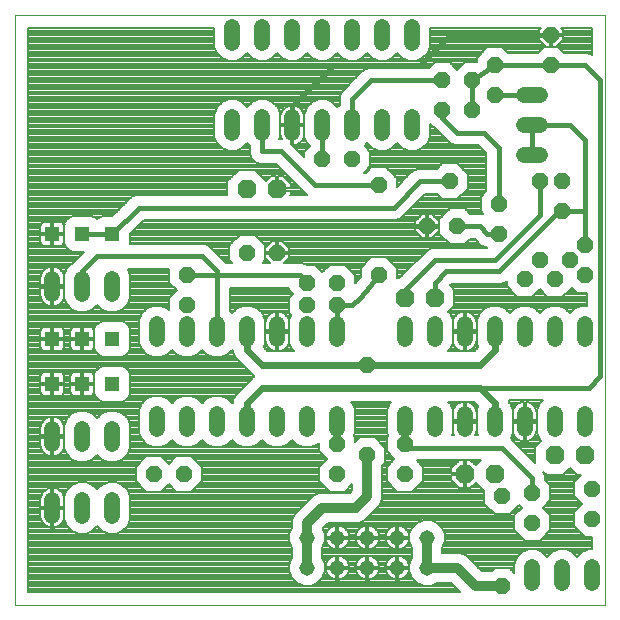
<source format=gtl>
G75*
%MOIN*%
%OFA0B0*%
%FSLAX24Y24*%
%IPPOS*%
%LPD*%
%AMOC8*
5,1,8,0,0,1.08239X$1,22.5*
%
%ADD10C,0.0000*%
%ADD11C,0.0520*%
%ADD12OC8,0.0520*%
%ADD13OC8,0.0630*%
%ADD14R,0.0515X0.0515*%
%ADD15C,0.0515*%
%ADD16C,0.0160*%
%ADD17C,0.0080*%
%ADD18C,0.0240*%
%ADD19C,0.0320*%
D10*
X000140Y000140D02*
X000140Y019825D01*
X019825Y019825D01*
X019825Y000140D01*
X000140Y000140D01*
D11*
X001390Y003130D02*
X001390Y003650D01*
X002390Y003650D02*
X002390Y003130D01*
X003390Y003130D02*
X003390Y003650D01*
X003390Y005505D02*
X003390Y006025D01*
X002390Y006025D02*
X002390Y005505D01*
X001390Y005505D02*
X001390Y006025D01*
X004890Y006005D02*
X004890Y006525D01*
X005890Y006525D02*
X005890Y006005D01*
X006890Y006005D02*
X006890Y006525D01*
X007890Y006525D02*
X007890Y006005D01*
X008890Y006005D02*
X008890Y006525D01*
X009890Y006525D02*
X009890Y006005D01*
X010890Y006005D02*
X010890Y006525D01*
X013140Y006525D02*
X013140Y006005D01*
X014140Y006005D02*
X014140Y006525D01*
X015140Y006525D02*
X015140Y006005D01*
X016140Y006005D02*
X016140Y006525D01*
X017140Y006525D02*
X017140Y006005D01*
X018140Y006005D02*
X018140Y006525D01*
X019140Y006525D02*
X019140Y006005D01*
X019140Y009005D02*
X019140Y009525D01*
X018140Y009525D02*
X018140Y009005D01*
X017140Y009005D02*
X017140Y009525D01*
X016140Y009525D02*
X016140Y009005D01*
X015140Y009005D02*
X015140Y009525D01*
X014140Y009525D02*
X014140Y009005D01*
X013140Y009005D02*
X013140Y009525D01*
X010890Y009525D02*
X010890Y009005D01*
X009890Y009005D02*
X009890Y009525D01*
X008890Y009525D02*
X008890Y009005D01*
X007890Y009005D02*
X007890Y009525D01*
X006890Y009525D02*
X006890Y009005D01*
X005890Y009005D02*
X005890Y009525D01*
X004890Y009525D02*
X004890Y009005D01*
X003390Y010505D02*
X003390Y011025D01*
X002390Y011025D02*
X002390Y010505D01*
X001390Y010505D02*
X001390Y011025D01*
X007390Y015880D02*
X007390Y016400D01*
X008390Y016400D02*
X008390Y015880D01*
X009390Y015880D02*
X009390Y016400D01*
X010390Y016400D02*
X010390Y015880D01*
X011390Y015880D02*
X011390Y016400D01*
X012390Y016400D02*
X012390Y015880D01*
X013390Y015880D02*
X013390Y016400D01*
X013390Y018880D02*
X013390Y019400D01*
X012390Y019400D02*
X012390Y018880D01*
X011390Y018880D02*
X011390Y019400D01*
X010390Y019400D02*
X010390Y018880D01*
X009390Y018880D02*
X009390Y019400D01*
X008390Y019400D02*
X008390Y018880D01*
X007390Y018880D02*
X007390Y019400D01*
X017130Y017140D02*
X017650Y017140D01*
X017650Y016140D02*
X017130Y016140D01*
X017130Y015140D02*
X017650Y015140D01*
X017390Y001400D02*
X017390Y000880D01*
X018390Y000880D02*
X018390Y001400D01*
X019390Y001400D02*
X019390Y000880D01*
D12*
X017390Y002890D03*
X017390Y003890D03*
X016390Y003765D03*
X016390Y000765D03*
X019390Y003015D03*
X019390Y004015D03*
X013140Y004515D03*
X013140Y005515D03*
X011890Y005140D03*
X010890Y005515D03*
X010890Y004515D03*
X011890Y008140D03*
X010890Y010140D03*
X010890Y010890D03*
X009890Y010890D03*
X009890Y010140D03*
X008890Y011890D03*
X007890Y011890D03*
X005890Y011140D03*
X005890Y010140D03*
X010390Y015015D03*
X011390Y015015D03*
X012265Y014140D03*
X013890Y012765D03*
X014890Y012765D03*
X016265Y012515D03*
X016265Y013515D03*
X017640Y014265D03*
X018390Y014265D03*
X018390Y013265D03*
X019140Y012140D03*
X018640Y011640D03*
X019140Y011140D03*
X018140Y011015D03*
X017640Y011640D03*
X017140Y011015D03*
X014640Y014265D03*
X014390Y016640D03*
X014390Y017640D03*
X015390Y017640D03*
X016140Y018140D03*
X016140Y017140D03*
X015390Y016640D03*
X018015Y018140D03*
X018015Y019140D03*
X012265Y011140D03*
X005765Y004515D03*
X004765Y004515D03*
D13*
X013140Y010390D03*
X014140Y010390D03*
X008880Y014004D03*
X007880Y014004D03*
X015140Y004515D03*
X016140Y004515D03*
X018140Y005140D03*
X019140Y005140D03*
D14*
X003390Y007515D03*
X002390Y007515D03*
X001390Y007515D03*
X001390Y009015D03*
X002390Y009015D03*
X003390Y009015D03*
X003390Y012515D03*
X002390Y012515D03*
X001390Y012515D03*
D15*
X009890Y002390D03*
X009890Y001390D03*
X010890Y001390D03*
X010890Y002390D03*
X011890Y002390D03*
X011890Y001390D03*
X012890Y001390D03*
X012890Y002390D03*
X013890Y002390D03*
X013890Y001390D03*
D16*
X017390Y003890D02*
X017390Y004390D01*
X016390Y005390D01*
X013265Y005390D01*
X013140Y005515D01*
X015640Y007390D02*
X019265Y007390D01*
X019640Y007765D01*
X019640Y017640D01*
X019140Y018140D01*
X018015Y018140D01*
X016140Y018140D01*
X015390Y017640D01*
X015390Y016640D01*
X015765Y015890D02*
X014890Y015890D01*
X014390Y016390D01*
X014390Y016640D01*
X014390Y017640D02*
X012015Y017640D01*
X011390Y017015D01*
X011390Y016140D01*
X010390Y016140D02*
X010390Y015015D01*
X010140Y014140D02*
X012265Y014140D01*
X012765Y013390D02*
X004265Y013390D01*
X003390Y012515D01*
X002390Y012515D01*
X002890Y011765D02*
X006390Y011765D01*
X006890Y011265D01*
X006890Y009265D01*
X005890Y011140D02*
X009640Y011140D01*
X009890Y010890D01*
X010890Y010140D02*
X011390Y010140D01*
X011640Y010390D01*
X012265Y011140D01*
X013140Y010640D02*
X013140Y010390D01*
X013140Y010640D02*
X014140Y011640D01*
X016140Y011640D01*
X017640Y013140D01*
X017640Y014265D01*
X017390Y015140D02*
X017390Y016140D01*
X018640Y016140D01*
X019140Y015640D01*
X019140Y013265D01*
X019140Y012140D01*
X019140Y013265D02*
X018390Y013265D01*
X018265Y013265D01*
X016265Y011265D01*
X014515Y011265D01*
X014140Y010890D01*
X014140Y010390D01*
X015890Y012515D02*
X016265Y012515D01*
X015890Y012515D02*
X015640Y012765D01*
X014890Y012765D01*
X016265Y013515D02*
X016265Y015390D01*
X015765Y015890D01*
X016140Y017140D02*
X017390Y017140D01*
X018015Y019140D02*
X014640Y019140D01*
X013640Y018140D01*
X010765Y018140D01*
X009390Y016765D01*
X009390Y016140D01*
X009015Y015265D02*
X010140Y014140D01*
X009015Y015265D02*
X008390Y015265D01*
X008390Y016140D01*
X012765Y013390D02*
X013640Y014265D01*
X014640Y014265D01*
X010890Y010140D02*
X010890Y009265D01*
X002890Y011765D02*
X002390Y011265D01*
X002390Y010765D01*
D17*
X001807Y010345D02*
X001757Y010345D01*
X001744Y010316D02*
X001775Y010388D01*
X001790Y010466D01*
X001790Y010725D01*
X001430Y010725D01*
X001430Y010805D01*
X001350Y010805D01*
X001350Y011425D01*
X001273Y011410D01*
X001201Y011379D01*
X001135Y011336D01*
X001079Y011280D01*
X001036Y011214D01*
X001005Y011142D01*
X000990Y011064D01*
X000990Y010805D01*
X001350Y010805D01*
X001350Y010725D01*
X000990Y010725D01*
X000990Y010466D01*
X001005Y010388D01*
X001036Y010316D01*
X001079Y010250D01*
X001135Y010194D01*
X001201Y010151D01*
X001273Y010120D01*
X001350Y010105D01*
X001350Y010725D01*
X001430Y010725D01*
X001430Y010105D01*
X001507Y010120D01*
X001579Y010151D01*
X001645Y010194D01*
X001701Y010250D01*
X001744Y010316D01*
X001712Y010267D02*
X001839Y010267D01*
X001872Y010188D02*
X001636Y010188D01*
X001452Y010110D02*
X001937Y010110D01*
X001881Y010165D02*
X002050Y009996D01*
X002271Y009905D01*
X002509Y009905D01*
X002730Y009996D01*
X002890Y010156D01*
X003050Y009996D01*
X003271Y009905D01*
X003509Y009905D01*
X003730Y009996D01*
X003899Y010165D01*
X003990Y010386D01*
X003990Y011144D01*
X003907Y011345D01*
X005290Y011345D01*
X005290Y010891D01*
X005541Y010640D01*
X005290Y010389D01*
X005290Y009974D01*
X005230Y010034D01*
X005009Y010125D01*
X004771Y010125D01*
X004550Y010034D01*
X004381Y009865D01*
X004290Y009644D01*
X004290Y008886D01*
X004381Y008665D01*
X004550Y008496D01*
X004771Y008405D01*
X005009Y008405D01*
X005230Y008496D01*
X005390Y008656D01*
X005550Y008496D01*
X005771Y008405D01*
X006009Y008405D01*
X006230Y008496D01*
X006390Y008656D01*
X006550Y008496D01*
X006771Y008405D01*
X007009Y008405D01*
X007230Y008496D01*
X007390Y008656D01*
X007430Y008616D01*
X007430Y008548D01*
X007500Y008379D01*
X008000Y007879D01*
X008114Y007765D01*
X008000Y007651D01*
X007500Y007151D01*
X007430Y006981D01*
X007430Y006914D01*
X007390Y006874D01*
X007230Y007034D01*
X007009Y007125D01*
X006771Y007125D01*
X006550Y007034D01*
X006390Y006874D01*
X006230Y007034D01*
X006009Y007125D01*
X005771Y007125D01*
X005550Y007034D01*
X005390Y006874D01*
X005230Y007034D01*
X005009Y007125D01*
X004771Y007125D01*
X004550Y007034D01*
X004381Y006865D01*
X004290Y006644D01*
X004290Y005886D01*
X004381Y005665D01*
X004550Y005496D01*
X004771Y005405D01*
X005009Y005405D01*
X005230Y005496D01*
X005390Y005656D01*
X005550Y005496D01*
X005771Y005405D01*
X006009Y005405D01*
X006230Y005496D01*
X006390Y005656D01*
X006550Y005496D01*
X006771Y005405D01*
X007009Y005405D01*
X007230Y005496D01*
X007390Y005656D01*
X007550Y005496D01*
X007771Y005405D01*
X008009Y005405D01*
X008230Y005496D01*
X008390Y005656D01*
X008550Y005496D01*
X008771Y005405D01*
X009009Y005405D01*
X009230Y005496D01*
X009390Y005656D01*
X009550Y005496D01*
X009771Y005405D01*
X010009Y005405D01*
X010230Y005496D01*
X010290Y005556D01*
X010290Y005266D01*
X010541Y005015D01*
X010290Y004764D01*
X010290Y004266D01*
X010641Y003915D01*
X011139Y003915D01*
X011390Y004166D01*
X011390Y003972D01*
X011308Y003890D01*
X010291Y003890D01*
X010107Y003814D01*
X009966Y003673D01*
X009466Y003173D01*
X009390Y002989D01*
X009390Y002735D01*
X009383Y002728D01*
X009293Y002509D01*
X009293Y002271D01*
X009383Y002052D01*
X009390Y002045D01*
X009390Y001735D01*
X009383Y001728D01*
X009293Y001509D01*
X009293Y001271D01*
X009383Y001052D01*
X009552Y000883D01*
X009771Y000793D01*
X010009Y000793D01*
X010228Y000883D01*
X010397Y001052D01*
X010487Y001271D01*
X010487Y001509D01*
X010397Y001728D01*
X010390Y001735D01*
X010390Y002045D01*
X010397Y002052D01*
X010487Y002271D01*
X010487Y002509D01*
X010408Y002701D01*
X010597Y002890D01*
X011614Y002890D01*
X011798Y002966D01*
X013719Y002966D01*
X013771Y002987D02*
X013552Y002897D01*
X013383Y002728D01*
X013293Y002509D01*
X013293Y002271D01*
X013383Y002052D01*
X013390Y002045D01*
X013390Y001735D01*
X013383Y001728D01*
X013293Y001509D01*
X013293Y001271D01*
X013383Y001052D01*
X013552Y000883D01*
X013771Y000793D01*
X014009Y000793D01*
X014228Y000883D01*
X014235Y000890D01*
X014683Y000890D01*
X014993Y000580D01*
X000580Y000580D01*
X000580Y019385D01*
X006790Y019385D01*
X006790Y018761D01*
X006881Y018540D01*
X007050Y018371D01*
X007271Y018280D01*
X007509Y018280D01*
X007730Y018371D01*
X007890Y018531D01*
X008050Y018371D01*
X008271Y018280D01*
X008509Y018280D01*
X008730Y018371D01*
X008890Y018531D01*
X009050Y018371D01*
X009271Y018280D01*
X009509Y018280D01*
X009730Y018371D01*
X009890Y018531D01*
X010050Y018371D01*
X010271Y018280D01*
X010509Y018280D01*
X010730Y018371D01*
X010890Y018531D01*
X011050Y018371D01*
X011271Y018280D01*
X011509Y018280D01*
X011730Y018371D01*
X011890Y018531D01*
X012050Y018371D01*
X012271Y018280D01*
X012509Y018280D01*
X012730Y018371D01*
X012890Y018531D01*
X013050Y018371D01*
X013271Y018280D01*
X013509Y018280D01*
X013730Y018371D01*
X013899Y018540D01*
X013990Y018761D01*
X013990Y019385D01*
X017694Y019385D01*
X017615Y019306D01*
X017615Y019180D01*
X017975Y019180D01*
X017975Y019100D01*
X018055Y019100D01*
X018055Y019180D01*
X018415Y019180D01*
X018415Y019306D01*
X018336Y019385D01*
X019385Y019385D01*
X019385Y018489D01*
X019378Y018496D01*
X019224Y018560D01*
X018444Y018560D01*
X018264Y018740D01*
X017766Y018740D01*
X017586Y018560D01*
X016569Y018560D01*
X016389Y018740D01*
X015891Y018740D01*
X015540Y018389D01*
X015540Y018245D01*
X015533Y018240D01*
X015141Y018240D01*
X014890Y017989D01*
X014639Y018240D01*
X014141Y018240D01*
X013961Y018060D01*
X011931Y018060D01*
X011777Y017996D01*
X011659Y017878D01*
X011034Y017253D01*
X000580Y017253D01*
X000580Y017175D02*
X011001Y017175D01*
X010970Y017099D02*
X010970Y016829D01*
X010890Y016749D01*
X010730Y016909D01*
X010509Y017000D01*
X010271Y017000D01*
X010050Y016909D01*
X009881Y016740D01*
X009790Y016519D01*
X009790Y015761D01*
X009881Y015540D01*
X009970Y015451D01*
X009970Y015444D01*
X009790Y015264D01*
X009790Y015084D01*
X009350Y015524D01*
X009350Y016100D01*
X008990Y016100D01*
X008990Y015841D01*
X009005Y015763D01*
X009036Y015691D01*
X009039Y015685D01*
X008959Y015685D01*
X008990Y015761D01*
X008990Y016519D01*
X008899Y016740D01*
X008730Y016909D01*
X008509Y017000D01*
X008271Y017000D01*
X008050Y016909D01*
X007890Y016749D01*
X007730Y016909D01*
X007509Y017000D01*
X007271Y017000D01*
X007050Y016909D01*
X006881Y016740D01*
X006790Y016519D01*
X006790Y015761D01*
X006881Y015540D01*
X007050Y015371D01*
X007271Y015280D01*
X007509Y015280D01*
X007730Y015371D01*
X007890Y015531D01*
X007970Y015451D01*
X007970Y015181D01*
X008034Y015027D01*
X008152Y014909D01*
X008306Y014845D01*
X008841Y014845D01*
X009784Y013902D01*
X009876Y013810D01*
X009329Y013810D01*
X009335Y013816D01*
X009335Y013964D01*
X008920Y013964D01*
X008920Y014044D01*
X009335Y014044D01*
X009335Y014193D01*
X009069Y014459D01*
X008920Y014459D01*
X008920Y014044D01*
X008840Y014044D01*
X008840Y014459D01*
X008692Y014459D01*
X008522Y014289D01*
X008151Y014659D01*
X007609Y014659D01*
X007225Y014275D01*
X007225Y013810D01*
X004181Y013810D01*
X004027Y013746D01*
X003394Y013112D01*
X003065Y013112D01*
X002940Y013061D01*
X002890Y013011D01*
X002840Y013061D01*
X002715Y013112D01*
X002065Y013112D01*
X001940Y013061D01*
X001844Y012965D01*
X001793Y012840D01*
X001793Y012190D01*
X001844Y012065D01*
X001940Y011969D01*
X002065Y011918D01*
X002449Y011918D01*
X002075Y011544D01*
X002050Y011534D01*
X001881Y011365D01*
X001790Y011144D01*
X001790Y010386D01*
X001881Y010165D01*
X002015Y010031D02*
X000580Y010031D01*
X000580Y009953D02*
X002156Y009953D01*
X001790Y010424D02*
X001782Y010424D01*
X001790Y010502D02*
X001790Y010502D01*
X001790Y010581D02*
X001790Y010581D01*
X001790Y010659D02*
X001790Y010659D01*
X001790Y010738D02*
X001430Y010738D01*
X001430Y010805D02*
X001790Y010805D01*
X001790Y011064D01*
X001775Y011142D01*
X001744Y011214D01*
X001701Y011280D01*
X001645Y011336D01*
X001579Y011379D01*
X001507Y011410D01*
X001430Y011425D01*
X001430Y010805D01*
X001430Y010816D02*
X001350Y010816D01*
X001350Y010738D02*
X000580Y010738D01*
X000580Y010816D02*
X000990Y010816D01*
X000990Y010895D02*
X000580Y010895D01*
X000580Y010973D02*
X000990Y010973D01*
X000990Y011052D02*
X000580Y011052D01*
X000580Y011130D02*
X001003Y011130D01*
X001033Y011209D02*
X000580Y011209D01*
X000580Y011287D02*
X001086Y011287D01*
X001180Y011366D02*
X000580Y011366D01*
X000580Y011444D02*
X001961Y011444D01*
X002039Y011523D02*
X000580Y011523D01*
X000580Y011601D02*
X002132Y011601D01*
X002211Y011680D02*
X000580Y011680D01*
X000580Y011758D02*
X002289Y011758D01*
X002368Y011837D02*
X000580Y011837D01*
X000580Y011915D02*
X002446Y011915D01*
X001916Y011994D02*
X000580Y011994D01*
X000580Y012072D02*
X001841Y012072D01*
X001809Y012151D02*
X001738Y012151D01*
X001733Y012145D02*
X001760Y012172D01*
X001778Y012203D01*
X001787Y012239D01*
X001787Y012476D01*
X001429Y012476D01*
X001429Y012554D01*
X001351Y012554D01*
X001351Y012912D01*
X001114Y012912D01*
X001078Y012903D01*
X001047Y012885D01*
X001020Y012858D01*
X001002Y012827D01*
X000993Y012791D01*
X000993Y012554D01*
X001351Y012554D01*
X001351Y012476D01*
X000993Y012476D01*
X000993Y012239D01*
X001002Y012203D01*
X001020Y012172D01*
X001047Y012145D01*
X001078Y012127D01*
X001114Y012118D01*
X001351Y012118D01*
X001351Y012476D01*
X001429Y012476D01*
X001429Y012118D01*
X001666Y012118D01*
X001702Y012127D01*
X001733Y012145D01*
X001785Y012229D02*
X001793Y012229D01*
X001787Y012308D02*
X001793Y012308D01*
X001787Y012386D02*
X001793Y012386D01*
X001787Y012465D02*
X001793Y012465D01*
X001793Y012543D02*
X001429Y012543D01*
X001429Y012554D02*
X001787Y012554D01*
X001787Y012791D01*
X001778Y012827D01*
X001760Y012858D01*
X001733Y012885D01*
X001702Y012903D01*
X001666Y012912D01*
X001429Y012912D01*
X001429Y012554D01*
X001429Y012622D02*
X001351Y012622D01*
X001351Y012700D02*
X001429Y012700D01*
X001429Y012779D02*
X001351Y012779D01*
X001351Y012857D02*
X001429Y012857D01*
X001760Y012857D02*
X001800Y012857D01*
X001793Y012779D02*
X001787Y012779D01*
X001787Y012700D02*
X001793Y012700D01*
X001787Y012622D02*
X001793Y012622D01*
X001429Y012465D02*
X001351Y012465D01*
X001351Y012543D02*
X000580Y012543D01*
X000580Y012465D02*
X000993Y012465D01*
X000993Y012386D02*
X000580Y012386D01*
X000580Y012308D02*
X000993Y012308D01*
X000995Y012229D02*
X000580Y012229D01*
X000580Y012151D02*
X001042Y012151D01*
X001351Y012151D02*
X001429Y012151D01*
X001429Y012229D02*
X001351Y012229D01*
X001351Y012308D02*
X001429Y012308D01*
X001429Y012386D02*
X001351Y012386D01*
X000993Y012622D02*
X000580Y012622D01*
X000580Y012700D02*
X000993Y012700D01*
X000993Y012779D02*
X000580Y012779D01*
X000580Y012857D02*
X001020Y012857D01*
X000580Y012936D02*
X001832Y012936D01*
X001893Y013014D02*
X000580Y013014D01*
X000580Y013093D02*
X002017Y013093D01*
X002763Y013093D02*
X003017Y013093D01*
X002893Y013014D02*
X002887Y013014D01*
X003452Y013171D02*
X000580Y013171D01*
X000580Y013250D02*
X003531Y013250D01*
X003609Y013328D02*
X000580Y013328D01*
X000580Y013407D02*
X003688Y013407D01*
X003766Y013485D02*
X000580Y013485D01*
X000580Y013564D02*
X003845Y013564D01*
X003923Y013642D02*
X000580Y013642D01*
X000580Y013721D02*
X004002Y013721D01*
X004155Y013799D02*
X000580Y013799D01*
X000580Y013878D02*
X007225Y013878D01*
X007225Y013956D02*
X000580Y013956D01*
X000580Y014035D02*
X007225Y014035D01*
X007225Y014113D02*
X000580Y014113D01*
X000580Y014192D02*
X007225Y014192D01*
X007225Y014270D02*
X000580Y014270D01*
X000580Y014349D02*
X007298Y014349D01*
X007377Y014427D02*
X000580Y014427D01*
X000580Y014506D02*
X007455Y014506D01*
X007534Y014584D02*
X000580Y014584D01*
X000580Y014663D02*
X009023Y014663D01*
X008945Y014741D02*
X000580Y014741D01*
X000580Y014820D02*
X008866Y014820D01*
X009102Y014584D02*
X008227Y014584D01*
X008305Y014506D02*
X009180Y014506D01*
X009101Y014427D02*
X009259Y014427D01*
X009337Y014349D02*
X009179Y014349D01*
X009258Y014270D02*
X009416Y014270D01*
X009494Y014192D02*
X009335Y014192D01*
X009335Y014113D02*
X009573Y014113D01*
X009651Y014035D02*
X008920Y014035D01*
X008920Y014113D02*
X008840Y014113D01*
X008840Y014192D02*
X008920Y014192D01*
X008920Y014270D02*
X008840Y014270D01*
X008840Y014349D02*
X008920Y014349D01*
X008920Y014427D02*
X008840Y014427D01*
X008660Y014427D02*
X008384Y014427D01*
X008462Y014349D02*
X008581Y014349D01*
X008178Y014898D02*
X000580Y014898D01*
X000580Y014977D02*
X008084Y014977D01*
X008022Y015055D02*
X000580Y015055D01*
X000580Y015134D02*
X007990Y015134D01*
X007970Y015212D02*
X000580Y015212D01*
X000580Y015291D02*
X007245Y015291D01*
X007056Y015369D02*
X000580Y015369D01*
X000580Y015448D02*
X006974Y015448D01*
X006895Y015526D02*
X000580Y015526D01*
X000580Y015605D02*
X006855Y015605D01*
X006822Y015683D02*
X000580Y015683D01*
X000580Y015762D02*
X006790Y015762D01*
X006790Y015840D02*
X000580Y015840D01*
X000580Y015919D02*
X006790Y015919D01*
X006790Y015997D02*
X000580Y015997D01*
X000580Y016076D02*
X006790Y016076D01*
X006790Y016154D02*
X000580Y016154D01*
X000580Y016233D02*
X006790Y016233D01*
X006790Y016311D02*
X000580Y016311D01*
X000580Y016390D02*
X006790Y016390D01*
X006790Y016468D02*
X000580Y016468D01*
X000580Y016547D02*
X006801Y016547D01*
X006834Y016625D02*
X000580Y016625D01*
X000580Y016704D02*
X006866Y016704D01*
X006924Y016782D02*
X000580Y016782D01*
X000580Y016861D02*
X007002Y016861D01*
X007124Y016939D02*
X000580Y016939D01*
X000580Y017018D02*
X010970Y017018D01*
X010970Y017096D02*
X000580Y017096D01*
X000580Y017332D02*
X011113Y017332D01*
X011191Y017410D02*
X000580Y017410D01*
X000580Y017489D02*
X011270Y017489D01*
X011348Y017567D02*
X000580Y017567D01*
X000580Y017646D02*
X011427Y017646D01*
X011505Y017724D02*
X000580Y017724D01*
X000580Y017803D02*
X011584Y017803D01*
X011662Y017881D02*
X000580Y017881D01*
X000580Y017960D02*
X011741Y017960D01*
X011878Y018038D02*
X000580Y018038D01*
X000580Y018117D02*
X014018Y018117D01*
X014097Y018195D02*
X000580Y018195D01*
X000580Y018274D02*
X015540Y018274D01*
X015540Y018352D02*
X013683Y018352D01*
X013789Y018431D02*
X015582Y018431D01*
X015661Y018509D02*
X013868Y018509D01*
X013918Y018588D02*
X015739Y018588D01*
X015818Y018666D02*
X013951Y018666D01*
X013983Y018745D02*
X017845Y018745D01*
X017849Y018740D02*
X017975Y018740D01*
X017975Y019100D01*
X017615Y019100D01*
X017615Y018974D01*
X017849Y018740D01*
X017766Y018823D02*
X013990Y018823D01*
X013990Y018902D02*
X017688Y018902D01*
X017615Y018980D02*
X013990Y018980D01*
X013990Y019059D02*
X017615Y019059D01*
X017615Y019216D02*
X013990Y019216D01*
X013990Y019294D02*
X017615Y019294D01*
X017682Y019373D02*
X013990Y019373D01*
X013990Y019137D02*
X017975Y019137D01*
X017975Y019059D02*
X018055Y019059D01*
X018055Y019100D02*
X018055Y018740D01*
X018181Y018740D01*
X018415Y018974D01*
X018415Y019100D01*
X018055Y019100D01*
X018055Y019137D02*
X019385Y019137D01*
X019385Y019059D02*
X018415Y019059D01*
X018415Y018980D02*
X019385Y018980D01*
X019385Y018902D02*
X018342Y018902D01*
X018264Y018823D02*
X019385Y018823D01*
X019385Y018745D02*
X018185Y018745D01*
X018055Y018745D02*
X017975Y018745D01*
X017975Y018823D02*
X018055Y018823D01*
X018055Y018902D02*
X017975Y018902D01*
X017975Y018980D02*
X018055Y018980D01*
X018337Y018666D02*
X019385Y018666D01*
X019385Y018588D02*
X018416Y018588D01*
X018415Y019216D02*
X019385Y019216D01*
X019385Y019294D02*
X018415Y019294D01*
X018348Y019373D02*
X019385Y019373D01*
X019347Y018509D02*
X019385Y018509D01*
X017693Y018666D02*
X016462Y018666D01*
X016541Y018588D02*
X017614Y018588D01*
X015097Y018195D02*
X014683Y018195D01*
X014762Y018117D02*
X015018Y018117D01*
X014940Y018038D02*
X014840Y018038D01*
X013097Y018352D02*
X012683Y018352D01*
X012789Y018431D02*
X012991Y018431D01*
X012912Y018509D02*
X012868Y018509D01*
X012097Y018352D02*
X011683Y018352D01*
X011789Y018431D02*
X011991Y018431D01*
X011912Y018509D02*
X011868Y018509D01*
X011097Y018352D02*
X010683Y018352D01*
X010789Y018431D02*
X010991Y018431D01*
X010912Y018509D02*
X010868Y018509D01*
X010097Y018352D02*
X009683Y018352D01*
X009789Y018431D02*
X009991Y018431D01*
X009912Y018509D02*
X009868Y018509D01*
X009097Y018352D02*
X008683Y018352D01*
X008789Y018431D02*
X008991Y018431D01*
X008912Y018509D02*
X008868Y018509D01*
X008097Y018352D02*
X007683Y018352D01*
X007789Y018431D02*
X007991Y018431D01*
X007912Y018509D02*
X007868Y018509D01*
X007097Y018352D02*
X000580Y018352D01*
X000580Y018431D02*
X006991Y018431D01*
X006912Y018509D02*
X000580Y018509D01*
X000580Y018588D02*
X006862Y018588D01*
X006829Y018666D02*
X000580Y018666D01*
X000580Y018745D02*
X006797Y018745D01*
X006790Y018823D02*
X000580Y018823D01*
X000580Y018902D02*
X006790Y018902D01*
X006790Y018980D02*
X000580Y018980D01*
X000580Y019059D02*
X006790Y019059D01*
X006790Y019137D02*
X000580Y019137D01*
X000580Y019216D02*
X006790Y019216D01*
X006790Y019294D02*
X000580Y019294D01*
X000580Y019373D02*
X006790Y019373D01*
X007656Y016939D02*
X008124Y016939D01*
X008002Y016861D02*
X007778Y016861D01*
X007856Y016782D02*
X007924Y016782D01*
X008656Y016939D02*
X010124Y016939D01*
X010002Y016861D02*
X008778Y016861D01*
X008856Y016782D02*
X009267Y016782D01*
X009273Y016785D02*
X009201Y016754D01*
X009135Y016711D01*
X009079Y016655D01*
X009036Y016589D01*
X009005Y016517D01*
X008990Y016439D01*
X008990Y016180D01*
X009350Y016180D01*
X009350Y016800D01*
X009273Y016785D01*
X009350Y016782D02*
X009430Y016782D01*
X009430Y016800D02*
X009430Y016180D01*
X009350Y016180D01*
X009350Y016100D01*
X009430Y016100D01*
X009430Y016180D01*
X009790Y016180D01*
X009790Y016439D01*
X009775Y016517D01*
X009744Y016589D01*
X009701Y016655D01*
X009645Y016711D01*
X009579Y016754D01*
X009507Y016785D01*
X009430Y016800D01*
X009513Y016782D02*
X009924Y016782D01*
X009866Y016704D02*
X009652Y016704D01*
X009721Y016625D02*
X009834Y016625D01*
X009801Y016547D02*
X009762Y016547D01*
X009784Y016468D02*
X009790Y016468D01*
X009790Y016390D02*
X009790Y016390D01*
X009790Y016311D02*
X009790Y016311D01*
X009790Y016233D02*
X009790Y016233D01*
X009790Y016154D02*
X009430Y016154D01*
X009430Y016100D02*
X009790Y016100D01*
X009790Y015841D01*
X009775Y015763D01*
X009744Y015691D01*
X009701Y015625D01*
X009645Y015569D01*
X009579Y015526D01*
X009507Y015495D01*
X009430Y015480D01*
X009430Y016100D01*
X009430Y016076D02*
X009350Y016076D01*
X009350Y016154D02*
X008990Y016154D01*
X008990Y016076D02*
X008990Y016076D01*
X008990Y015997D02*
X008990Y015997D01*
X008990Y015919D02*
X008990Y015919D01*
X008990Y015840D02*
X008990Y015840D01*
X008990Y015762D02*
X009006Y015762D01*
X009350Y015762D02*
X009430Y015762D01*
X009430Y015840D02*
X009350Y015840D01*
X009350Y015919D02*
X009430Y015919D01*
X009430Y015997D02*
X009350Y015997D01*
X009350Y016233D02*
X009430Y016233D01*
X009430Y016311D02*
X009350Y016311D01*
X009350Y016390D02*
X009430Y016390D01*
X009430Y016468D02*
X009350Y016468D01*
X009350Y016547D02*
X009430Y016547D01*
X009430Y016625D02*
X009350Y016625D01*
X009350Y016704D02*
X009430Y016704D01*
X009128Y016704D02*
X008914Y016704D01*
X008946Y016625D02*
X009059Y016625D01*
X009018Y016547D02*
X008979Y016547D01*
X008990Y016468D02*
X008996Y016468D01*
X008990Y016390D02*
X008990Y016390D01*
X008990Y016311D02*
X008990Y016311D01*
X008990Y016233D02*
X008990Y016233D01*
X009350Y015683D02*
X009430Y015683D01*
X009430Y015605D02*
X009350Y015605D01*
X009350Y015526D02*
X009430Y015526D01*
X009426Y015448D02*
X009970Y015448D01*
X009895Y015526D02*
X009580Y015526D01*
X009680Y015605D02*
X009855Y015605D01*
X009822Y015683D02*
X009739Y015683D01*
X009774Y015762D02*
X009790Y015762D01*
X009790Y015840D02*
X009790Y015840D01*
X009790Y015919D02*
X009790Y015919D01*
X009790Y015997D02*
X009790Y015997D01*
X009790Y016076D02*
X009790Y016076D01*
X009896Y015369D02*
X009505Y015369D01*
X009583Y015291D02*
X009817Y015291D01*
X009790Y015212D02*
X009662Y015212D01*
X009740Y015134D02*
X009790Y015134D01*
X009730Y013956D02*
X009335Y013956D01*
X009335Y013878D02*
X009808Y013878D01*
X009056Y012290D02*
X008930Y012290D01*
X008930Y011930D01*
X008850Y011930D01*
X008850Y012290D01*
X008724Y012290D01*
X008490Y012056D01*
X008490Y011930D01*
X008850Y011930D01*
X008850Y011850D01*
X008490Y011850D01*
X008490Y011724D01*
X008654Y011560D01*
X008409Y011560D01*
X008490Y011641D01*
X008490Y012139D01*
X008139Y012490D01*
X007641Y012490D01*
X007290Y012139D01*
X007290Y011641D01*
X007371Y011560D01*
X007189Y011560D01*
X007128Y011621D01*
X006628Y012121D01*
X006474Y012185D01*
X003985Y012185D01*
X003987Y012190D01*
X003987Y012519D01*
X004439Y012970D01*
X012849Y012970D01*
X013003Y013034D01*
X013121Y013152D01*
X013121Y013152D01*
X013814Y013845D01*
X014211Y013845D01*
X014391Y013665D01*
X014889Y013665D01*
X015240Y014016D01*
X015240Y014514D01*
X014889Y014865D01*
X014391Y014865D01*
X014211Y014685D01*
X013556Y014685D01*
X013402Y014621D01*
X013284Y014503D01*
X013284Y014503D01*
X012865Y014084D01*
X012865Y014389D01*
X012514Y014740D01*
X012016Y014740D01*
X011836Y014560D01*
X011784Y014560D01*
X011990Y014766D01*
X011990Y015264D01*
X011806Y015447D01*
X011890Y015531D01*
X012050Y015371D01*
X012271Y015280D01*
X012509Y015280D01*
X012730Y015371D01*
X012890Y015531D01*
X013050Y015371D01*
X013271Y015280D01*
X013509Y015280D01*
X013730Y015371D01*
X013899Y015540D01*
X013990Y015761D01*
X013990Y016191D01*
X014141Y016040D01*
X014146Y016040D01*
X014534Y015652D01*
X014652Y015534D01*
X014806Y015470D01*
X015591Y015470D01*
X015845Y015216D01*
X015845Y013944D01*
X015665Y013764D01*
X015665Y013266D01*
X015763Y013169D01*
X015724Y013185D01*
X015319Y013185D01*
X015139Y013365D01*
X014641Y013365D01*
X014290Y013014D01*
X014290Y012516D01*
X014641Y012165D01*
X015139Y012165D01*
X015319Y012345D01*
X015466Y012345D01*
X015534Y012277D01*
X015652Y012159D01*
X015806Y012095D01*
X015836Y012095D01*
X015871Y012060D01*
X014056Y012060D01*
X013902Y011996D01*
X012951Y011045D01*
X012869Y011045D01*
X012865Y011041D01*
X012865Y011389D01*
X012514Y011740D01*
X012016Y011740D01*
X011665Y011389D01*
X011665Y011076D01*
X011490Y010866D01*
X011490Y011139D01*
X011139Y011490D01*
X010641Y011490D01*
X010390Y011239D01*
X010139Y011490D01*
X009884Y011490D01*
X009878Y011496D01*
X009724Y011560D01*
X009126Y011560D01*
X009290Y011724D01*
X009290Y011850D01*
X008930Y011850D01*
X008930Y011930D01*
X009290Y011930D01*
X009290Y012056D01*
X009056Y012290D01*
X009117Y012229D02*
X014577Y012229D01*
X014499Y012308D02*
X008321Y012308D01*
X008242Y012386D02*
X013703Y012386D01*
X013724Y012365D02*
X013850Y012365D01*
X013850Y012725D01*
X013930Y012725D01*
X013930Y012805D01*
X014290Y012805D01*
X014290Y012931D01*
X014056Y013165D01*
X013930Y013165D01*
X013930Y012805D01*
X013850Y012805D01*
X013850Y013165D01*
X013724Y013165D01*
X013490Y012931D01*
X013490Y012805D01*
X013850Y012805D01*
X013850Y012725D01*
X013490Y012725D01*
X013490Y012599D01*
X013724Y012365D01*
X013850Y012386D02*
X013930Y012386D01*
X013930Y012365D02*
X014056Y012365D01*
X014290Y012599D01*
X014290Y012725D01*
X013930Y012725D01*
X013930Y012365D01*
X013930Y012465D02*
X013850Y012465D01*
X013850Y012543D02*
X013930Y012543D01*
X013930Y012622D02*
X013850Y012622D01*
X013850Y012700D02*
X013930Y012700D01*
X013930Y012779D02*
X014290Y012779D01*
X014290Y012857D02*
X014290Y012857D01*
X014285Y012936D02*
X014290Y012936D01*
X014291Y013014D02*
X014207Y013014D01*
X014128Y013093D02*
X014369Y013093D01*
X014448Y013171D02*
X013140Y013171D01*
X013062Y013093D02*
X013652Y013093D01*
X013573Y013014D02*
X012955Y013014D01*
X013219Y013250D02*
X014526Y013250D01*
X014605Y013328D02*
X013297Y013328D01*
X013376Y013407D02*
X015665Y013407D01*
X015665Y013485D02*
X013454Y013485D01*
X013533Y013564D02*
X015665Y013564D01*
X015665Y013642D02*
X013611Y013642D01*
X013690Y013721D02*
X014336Y013721D01*
X014257Y013799D02*
X013768Y013799D01*
X013850Y013093D02*
X013930Y013093D01*
X013930Y013014D02*
X013850Y013014D01*
X013850Y012936D02*
X013930Y012936D01*
X013930Y012857D02*
X013850Y012857D01*
X013850Y012779D02*
X004248Y012779D01*
X004326Y012857D02*
X013490Y012857D01*
X013495Y012936D02*
X004405Y012936D01*
X004169Y012700D02*
X013490Y012700D01*
X013490Y012622D02*
X004091Y012622D01*
X004012Y012543D02*
X013546Y012543D01*
X013625Y012465D02*
X008164Y012465D01*
X008399Y012229D02*
X008663Y012229D01*
X008585Y012151D02*
X008478Y012151D01*
X008490Y012072D02*
X008506Y012072D01*
X008490Y011994D02*
X008490Y011994D01*
X008490Y011915D02*
X008850Y011915D01*
X008850Y011994D02*
X008930Y011994D01*
X008930Y012072D02*
X008850Y012072D01*
X008850Y012151D02*
X008930Y012151D01*
X008930Y012229D02*
X008850Y012229D01*
X008930Y011915D02*
X013821Y011915D01*
X013743Y011837D02*
X009290Y011837D01*
X009290Y011758D02*
X013664Y011758D01*
X013586Y011680D02*
X012574Y011680D01*
X012652Y011601D02*
X013507Y011601D01*
X013429Y011523D02*
X012731Y011523D01*
X012809Y011444D02*
X013350Y011444D01*
X013272Y011366D02*
X012865Y011366D01*
X012865Y011287D02*
X013193Y011287D01*
X013115Y011209D02*
X012865Y011209D01*
X012865Y011130D02*
X013036Y011130D01*
X012958Y011052D02*
X012865Y011052D01*
X011956Y011680D02*
X009245Y011680D01*
X009167Y011601D02*
X011878Y011601D01*
X011799Y011523D02*
X009814Y011523D01*
X010184Y011444D02*
X010596Y011444D01*
X010517Y011366D02*
X010263Y011366D01*
X010341Y011287D02*
X010439Y011287D01*
X011184Y011444D02*
X011721Y011444D01*
X011665Y011366D02*
X011263Y011366D01*
X011341Y011287D02*
X011665Y011287D01*
X011665Y011209D02*
X011420Y011209D01*
X011490Y011130D02*
X011665Y011130D01*
X011645Y011052D02*
X011490Y011052D01*
X011490Y010973D02*
X011579Y010973D01*
X011514Y010895D02*
X011490Y010895D01*
X009416Y010515D02*
X009290Y010389D01*
X009290Y009891D01*
X009362Y009819D01*
X009290Y009644D01*
X009290Y008886D01*
X009381Y008665D01*
X009446Y008600D01*
X008581Y008600D01*
X008433Y008748D01*
X008490Y008886D01*
X008490Y009644D01*
X008399Y009865D01*
X008230Y010034D01*
X008009Y010125D01*
X007771Y010125D01*
X007550Y010034D01*
X007390Y009874D01*
X007310Y009954D01*
X007310Y010720D01*
X009290Y010720D01*
X009290Y010641D01*
X009416Y010515D01*
X009404Y010502D02*
X007310Y010502D01*
X007310Y010424D02*
X009325Y010424D01*
X009290Y010345D02*
X007310Y010345D01*
X007310Y010267D02*
X009290Y010267D01*
X009290Y010188D02*
X007310Y010188D01*
X007310Y010110D02*
X007733Y010110D01*
X007548Y010031D02*
X007310Y010031D01*
X007311Y009953D02*
X007469Y009953D01*
X007391Y009874D02*
X007389Y009874D01*
X008047Y010110D02*
X009290Y010110D01*
X009290Y010031D02*
X008232Y010031D01*
X008311Y009953D02*
X009290Y009953D01*
X009307Y009874D02*
X009088Y009874D01*
X009079Y009879D02*
X009007Y009910D01*
X008930Y009925D01*
X008930Y009305D01*
X009290Y009305D01*
X009290Y009564D01*
X009275Y009642D01*
X009244Y009714D01*
X009201Y009780D01*
X009145Y009836D01*
X009079Y009879D01*
X009185Y009796D02*
X009353Y009796D01*
X009320Y009717D02*
X009243Y009717D01*
X009275Y009639D02*
X009290Y009639D01*
X009290Y009560D02*
X009290Y009560D01*
X009290Y009482D02*
X009290Y009482D01*
X009290Y009403D02*
X009290Y009403D01*
X009290Y009325D02*
X009290Y009325D01*
X009290Y009246D02*
X008930Y009246D01*
X008930Y009225D02*
X008930Y009305D01*
X008850Y009305D01*
X008850Y009925D01*
X008773Y009910D01*
X008701Y009879D01*
X008635Y009836D01*
X008579Y009780D01*
X008536Y009714D01*
X008505Y009642D01*
X008490Y009564D01*
X008490Y009305D01*
X008850Y009305D01*
X008850Y009225D01*
X008930Y009225D01*
X009290Y009225D01*
X009290Y008966D01*
X009275Y008888D01*
X009244Y008816D01*
X009201Y008750D01*
X009145Y008694D01*
X009079Y008651D01*
X009007Y008620D01*
X008930Y008605D01*
X008930Y009225D01*
X008930Y009168D02*
X008850Y009168D01*
X008850Y009225D02*
X008850Y008605D01*
X008773Y008620D01*
X008701Y008651D01*
X008635Y008694D01*
X008579Y008750D01*
X008536Y008816D01*
X008505Y008888D01*
X008490Y008966D01*
X008490Y009225D01*
X008850Y009225D01*
X008850Y009246D02*
X008490Y009246D01*
X008490Y009168D02*
X008490Y009168D01*
X008490Y009089D02*
X008490Y009089D01*
X008490Y009011D02*
X008490Y009011D01*
X008490Y008932D02*
X008497Y008932D01*
X008477Y008854D02*
X008520Y008854D01*
X008563Y008775D02*
X008444Y008775D01*
X008484Y008697D02*
X008633Y008697D01*
X008563Y008618D02*
X008785Y008618D01*
X008850Y008618D02*
X008930Y008618D01*
X008995Y008618D02*
X009428Y008618D01*
X009368Y008697D02*
X009147Y008697D01*
X009217Y008775D02*
X009336Y008775D01*
X009303Y008854D02*
X009260Y008854D01*
X009283Y008932D02*
X009290Y008932D01*
X009290Y009011D02*
X009290Y009011D01*
X009290Y009089D02*
X009290Y009089D01*
X009290Y009168D02*
X009290Y009168D01*
X008930Y009089D02*
X008850Y009089D01*
X008850Y009011D02*
X008930Y009011D01*
X008930Y008932D02*
X008850Y008932D01*
X008850Y008854D02*
X008930Y008854D01*
X008930Y008775D02*
X008850Y008775D01*
X008850Y008697D02*
X008930Y008697D01*
X008930Y009325D02*
X008850Y009325D01*
X008850Y009403D02*
X008930Y009403D01*
X008930Y009482D02*
X008850Y009482D01*
X008850Y009560D02*
X008930Y009560D01*
X008930Y009639D02*
X008850Y009639D01*
X008850Y009717D02*
X008930Y009717D01*
X008930Y009796D02*
X008850Y009796D01*
X008850Y009874D02*
X008930Y009874D01*
X008692Y009874D02*
X008389Y009874D01*
X008427Y009796D02*
X008595Y009796D01*
X008537Y009717D02*
X008460Y009717D01*
X008490Y009639D02*
X008505Y009639D01*
X008490Y009560D02*
X008490Y009560D01*
X008490Y009482D02*
X008490Y009482D01*
X008490Y009403D02*
X008490Y009403D01*
X008490Y009325D02*
X008490Y009325D01*
X007428Y008618D02*
X007352Y008618D01*
X007273Y008540D02*
X007434Y008540D01*
X007466Y008461D02*
X007145Y008461D01*
X007499Y008383D02*
X000580Y008383D01*
X000580Y008461D02*
X002960Y008461D01*
X002940Y008469D02*
X003065Y008418D01*
X003715Y008418D01*
X003840Y008469D01*
X003936Y008565D01*
X003987Y008690D01*
X003987Y009340D01*
X003936Y009465D01*
X003840Y009561D01*
X003715Y009612D01*
X003065Y009612D01*
X002940Y009561D01*
X002844Y009465D01*
X002793Y009340D01*
X002793Y008690D01*
X002844Y008565D01*
X002940Y008469D01*
X002870Y008540D02*
X000580Y008540D01*
X000580Y008618D02*
X001112Y008618D01*
X001114Y008618D02*
X001351Y008618D01*
X001429Y008618D01*
X001666Y008618D01*
X001702Y008627D01*
X001733Y008645D01*
X001760Y008672D01*
X001778Y008703D01*
X001787Y008739D01*
X001787Y008976D01*
X001429Y008976D01*
X001429Y009054D01*
X001351Y009054D01*
X001351Y009412D01*
X001114Y009412D01*
X001078Y009403D01*
X001047Y009385D01*
X001020Y009358D01*
X001002Y009327D01*
X000993Y009291D01*
X000993Y009054D01*
X001351Y009054D01*
X001351Y008976D01*
X000993Y008976D01*
X000993Y008739D01*
X001002Y008703D01*
X001020Y008672D01*
X001047Y008645D01*
X001078Y008627D01*
X001114Y008618D01*
X001006Y008697D02*
X000580Y008697D01*
X000580Y008775D02*
X000993Y008775D01*
X000993Y008854D02*
X000580Y008854D01*
X000580Y008932D02*
X000993Y008932D01*
X000993Y009089D02*
X000580Y009089D01*
X000580Y009011D02*
X001351Y009011D01*
X001351Y008976D02*
X001429Y008976D01*
X001429Y008618D01*
X001351Y008618D02*
X001351Y008976D01*
X001351Y008932D02*
X001429Y008932D01*
X001429Y008854D02*
X001351Y008854D01*
X001351Y008775D02*
X001429Y008775D01*
X001429Y008697D02*
X001351Y008697D01*
X001429Y009011D02*
X002351Y009011D01*
X002351Y008976D02*
X001993Y008976D01*
X001993Y008739D01*
X002002Y008703D01*
X002020Y008672D01*
X002047Y008645D01*
X002078Y008627D01*
X002114Y008618D01*
X002351Y008618D01*
X002429Y008618D01*
X002666Y008618D01*
X002702Y008627D01*
X002733Y008645D01*
X002760Y008672D01*
X002778Y008703D01*
X002787Y008739D01*
X002787Y008976D01*
X002429Y008976D01*
X002429Y009054D01*
X002351Y009054D01*
X002351Y009412D01*
X002114Y009412D01*
X002078Y009403D01*
X002047Y009385D01*
X002020Y009358D01*
X002002Y009327D01*
X001993Y009291D01*
X001993Y009054D01*
X002351Y009054D01*
X002351Y008976D01*
X002429Y008976D01*
X002429Y008618D01*
X002351Y008618D02*
X002351Y008976D01*
X002351Y008932D02*
X002429Y008932D01*
X002429Y008854D02*
X002351Y008854D01*
X002351Y008775D02*
X002429Y008775D01*
X002429Y008697D02*
X002351Y008697D01*
X002112Y008618D02*
X001668Y008618D01*
X001774Y008697D02*
X002006Y008697D01*
X001993Y008775D02*
X001787Y008775D01*
X001787Y008854D02*
X001993Y008854D01*
X001993Y008932D02*
X001787Y008932D01*
X001787Y009054D02*
X001429Y009054D01*
X001429Y009412D01*
X001666Y009412D01*
X001702Y009403D01*
X001733Y009385D01*
X001760Y009358D01*
X001778Y009327D01*
X001787Y009291D01*
X001787Y009054D01*
X001787Y009089D02*
X001993Y009089D01*
X001993Y009168D02*
X001787Y009168D01*
X001787Y009246D02*
X001993Y009246D01*
X002002Y009325D02*
X001778Y009325D01*
X001701Y009403D02*
X002079Y009403D01*
X002351Y009403D02*
X002429Y009403D01*
X002429Y009412D02*
X002429Y009054D01*
X002787Y009054D01*
X002787Y009291D01*
X002778Y009327D01*
X002760Y009358D01*
X002733Y009385D01*
X002702Y009403D01*
X002666Y009412D01*
X002429Y009412D01*
X002429Y009325D02*
X002351Y009325D01*
X002351Y009246D02*
X002429Y009246D01*
X002429Y009168D02*
X002351Y009168D01*
X002351Y009089D02*
X002429Y009089D01*
X002429Y009011D02*
X002793Y009011D01*
X002787Y009089D02*
X002793Y009089D01*
X002787Y009168D02*
X002793Y009168D01*
X002787Y009246D02*
X002793Y009246D01*
X002793Y009325D02*
X002778Y009325D01*
X002819Y009403D02*
X002701Y009403D01*
X002861Y009482D02*
X000580Y009482D01*
X000580Y009560D02*
X002939Y009560D01*
X003156Y009953D02*
X002624Y009953D01*
X002765Y010031D02*
X003015Y010031D01*
X002937Y010110D02*
X002843Y010110D01*
X003624Y009953D02*
X004469Y009953D01*
X004548Y010031D02*
X003765Y010031D01*
X003843Y010110D02*
X004733Y010110D01*
X004391Y009874D02*
X000580Y009874D01*
X000580Y009796D02*
X004353Y009796D01*
X004320Y009717D02*
X000580Y009717D01*
X000580Y009639D02*
X004290Y009639D01*
X004290Y009560D02*
X003841Y009560D01*
X003919Y009482D02*
X004290Y009482D01*
X004290Y009403D02*
X003961Y009403D01*
X003987Y009325D02*
X004290Y009325D01*
X004290Y009246D02*
X003987Y009246D01*
X003987Y009168D02*
X004290Y009168D01*
X004290Y009089D02*
X003987Y009089D01*
X003987Y009011D02*
X004290Y009011D01*
X004290Y008932D02*
X003987Y008932D01*
X003987Y008854D02*
X004303Y008854D01*
X004336Y008775D02*
X003987Y008775D01*
X003987Y008697D02*
X004368Y008697D01*
X004428Y008618D02*
X003958Y008618D01*
X003910Y008540D02*
X004507Y008540D01*
X004635Y008461D02*
X003820Y008461D01*
X003715Y008112D02*
X003065Y008112D01*
X002940Y008061D01*
X002844Y007965D01*
X002793Y007840D01*
X002793Y007190D01*
X002844Y007065D01*
X002940Y006969D01*
X003065Y006918D01*
X003715Y006918D01*
X003840Y006969D01*
X003936Y007065D01*
X003987Y007190D01*
X003987Y007840D01*
X003936Y007965D01*
X003840Y008061D01*
X003715Y008112D01*
X003821Y008069D02*
X007811Y008069D01*
X007732Y008147D02*
X000580Y008147D01*
X000580Y008069D02*
X002959Y008069D01*
X002869Y007990D02*
X000580Y007990D01*
X000580Y007912D02*
X001111Y007912D01*
X001114Y007912D02*
X001078Y007903D01*
X001047Y007885D01*
X001020Y007858D01*
X001002Y007827D01*
X000993Y007791D01*
X000993Y007554D01*
X001351Y007554D01*
X001351Y007912D01*
X001429Y007912D01*
X001429Y007554D01*
X001351Y007554D01*
X001351Y007476D01*
X000993Y007476D01*
X000993Y007239D01*
X001002Y007203D01*
X001020Y007172D01*
X001047Y007145D01*
X001078Y007127D01*
X001114Y007118D01*
X001351Y007118D01*
X001351Y007476D01*
X001429Y007476D01*
X001429Y007554D01*
X001787Y007554D01*
X001787Y007791D01*
X001778Y007827D01*
X001760Y007858D01*
X001733Y007885D01*
X001702Y007903D01*
X001666Y007912D01*
X001429Y007912D01*
X001351Y007912D02*
X001114Y007912D01*
X001006Y007833D02*
X000580Y007833D01*
X000580Y007755D02*
X000993Y007755D01*
X000993Y007676D02*
X000580Y007676D01*
X000580Y007598D02*
X000993Y007598D01*
X000993Y007441D02*
X000580Y007441D01*
X000580Y007519D02*
X001351Y007519D01*
X001429Y007519D02*
X002351Y007519D01*
X002351Y007554D02*
X002351Y007476D01*
X001993Y007476D01*
X001993Y007239D01*
X002002Y007203D01*
X002020Y007172D01*
X002047Y007145D01*
X002078Y007127D01*
X002114Y007118D01*
X002351Y007118D01*
X002351Y007476D01*
X002429Y007476D01*
X002429Y007554D01*
X002351Y007554D01*
X002351Y007912D01*
X002429Y007912D01*
X002429Y007554D01*
X002787Y007554D01*
X002787Y007791D01*
X002778Y007827D01*
X002760Y007858D01*
X002733Y007885D01*
X002702Y007903D01*
X002666Y007912D01*
X002429Y007912D01*
X002351Y007912D02*
X002114Y007912D01*
X002078Y007903D01*
X002047Y007885D01*
X002020Y007858D01*
X002002Y007827D01*
X001993Y007791D01*
X001993Y007554D01*
X002351Y007554D01*
X002351Y007598D02*
X002429Y007598D01*
X002429Y007676D02*
X002351Y007676D01*
X002351Y007755D02*
X002429Y007755D01*
X002429Y007833D02*
X002351Y007833D01*
X002111Y007912D02*
X001669Y007912D01*
X001774Y007833D02*
X002006Y007833D01*
X001993Y007755D02*
X001787Y007755D01*
X001787Y007676D02*
X001993Y007676D01*
X001993Y007598D02*
X001787Y007598D01*
X001787Y007476D02*
X001429Y007476D01*
X001429Y007118D01*
X001666Y007118D01*
X001702Y007127D01*
X001733Y007145D01*
X001760Y007172D01*
X001778Y007203D01*
X001787Y007239D01*
X001787Y007476D01*
X001787Y007441D02*
X001993Y007441D01*
X001993Y007362D02*
X001787Y007362D01*
X001787Y007284D02*
X001993Y007284D01*
X002002Y007205D02*
X001778Y007205D01*
X001700Y007127D02*
X002080Y007127D01*
X002351Y007127D02*
X002429Y007127D01*
X002429Y007118D02*
X002666Y007118D01*
X002702Y007127D01*
X002733Y007145D01*
X002760Y007172D01*
X002778Y007203D01*
X002787Y007239D01*
X002787Y007476D01*
X002429Y007476D01*
X002429Y007118D01*
X002429Y007205D02*
X002351Y007205D01*
X002351Y007284D02*
X002429Y007284D01*
X002429Y007362D02*
X002351Y007362D01*
X002351Y007441D02*
X002429Y007441D01*
X002429Y007519D02*
X002793Y007519D01*
X002787Y007441D02*
X002793Y007441D01*
X002787Y007362D02*
X002793Y007362D01*
X002787Y007284D02*
X002793Y007284D01*
X002793Y007205D02*
X002778Y007205D01*
X002819Y007127D02*
X002700Y007127D01*
X002861Y007048D02*
X000580Y007048D01*
X000580Y006970D02*
X002940Y006970D01*
X003155Y006577D02*
X002625Y006577D01*
X002730Y006534D02*
X002509Y006625D01*
X002271Y006625D01*
X002050Y006534D01*
X001881Y006365D01*
X001790Y006144D01*
X001790Y005386D01*
X001881Y005165D01*
X002050Y004996D01*
X002271Y004905D01*
X002509Y004905D01*
X002730Y004996D01*
X002890Y005156D01*
X003050Y004996D01*
X003271Y004905D01*
X003509Y004905D01*
X003730Y004996D01*
X003899Y005165D01*
X003990Y005386D01*
X003990Y006144D01*
X003899Y006365D01*
X003730Y006534D01*
X003509Y006625D01*
X003271Y006625D01*
X003050Y006534D01*
X002890Y006374D01*
X002730Y006534D01*
X002765Y006499D02*
X003015Y006499D01*
X002936Y006420D02*
X002844Y006420D01*
X002155Y006577D02*
X000580Y006577D01*
X000580Y006499D02*
X002015Y006499D01*
X001936Y006420D02*
X001454Y006420D01*
X001430Y006420D02*
X001350Y006420D01*
X001350Y006425D02*
X001273Y006410D01*
X001201Y006379D01*
X001135Y006336D01*
X001079Y006280D01*
X001036Y006214D01*
X001005Y006142D01*
X000990Y006064D01*
X000990Y005805D01*
X001350Y005805D01*
X001350Y006425D01*
X001326Y006420D02*
X000580Y006420D01*
X000580Y006342D02*
X001144Y006342D01*
X001068Y006263D02*
X000580Y006263D01*
X000580Y006185D02*
X001023Y006185D01*
X000998Y006106D02*
X000580Y006106D01*
X000580Y006028D02*
X000990Y006028D01*
X000990Y005949D02*
X000580Y005949D01*
X000580Y005871D02*
X000990Y005871D01*
X000990Y005725D02*
X000990Y005466D01*
X001005Y005388D01*
X001036Y005316D01*
X001079Y005250D01*
X001135Y005194D01*
X001201Y005151D01*
X001273Y005120D01*
X001350Y005105D01*
X001350Y005725D01*
X000990Y005725D01*
X000990Y005714D02*
X000580Y005714D01*
X000580Y005792D02*
X001350Y005792D01*
X001350Y005805D02*
X001350Y005725D01*
X001430Y005725D01*
X001430Y005805D01*
X001350Y005805D01*
X001350Y005871D02*
X001430Y005871D01*
X001430Y005805D02*
X001430Y006425D01*
X001507Y006410D01*
X001579Y006379D01*
X001645Y006336D01*
X001701Y006280D01*
X001744Y006214D01*
X001775Y006142D01*
X001790Y006064D01*
X001790Y005805D01*
X001430Y005805D01*
X001430Y005792D02*
X001790Y005792D01*
X001790Y005725D02*
X001430Y005725D01*
X001430Y005105D01*
X001507Y005120D01*
X001579Y005151D01*
X001645Y005194D01*
X001701Y005250D01*
X001744Y005316D01*
X001775Y005388D01*
X001790Y005466D01*
X001790Y005725D01*
X001790Y005714D02*
X001790Y005714D01*
X001790Y005635D02*
X001790Y005635D01*
X001790Y005557D02*
X001790Y005557D01*
X001790Y005478D02*
X001790Y005478D01*
X001790Y005400D02*
X001777Y005400D01*
X001747Y005321D02*
X001817Y005321D01*
X001849Y005243D02*
X001693Y005243D01*
X001600Y005164D02*
X001882Y005164D01*
X001961Y005086D02*
X000580Y005086D01*
X000580Y005164D02*
X001180Y005164D01*
X001087Y005243D02*
X000580Y005243D01*
X000580Y005321D02*
X001033Y005321D01*
X001003Y005400D02*
X000580Y005400D01*
X000580Y005478D02*
X000990Y005478D01*
X000990Y005557D02*
X000580Y005557D01*
X000580Y005635D02*
X000990Y005635D01*
X001350Y005635D02*
X001430Y005635D01*
X001430Y005557D02*
X001350Y005557D01*
X001350Y005478D02*
X001430Y005478D01*
X001430Y005400D02*
X001350Y005400D01*
X001350Y005321D02*
X001430Y005321D01*
X001430Y005243D02*
X001350Y005243D01*
X001350Y005164D02*
X001430Y005164D01*
X001430Y005714D02*
X001350Y005714D01*
X001350Y005949D02*
X001430Y005949D01*
X001430Y006028D02*
X001350Y006028D01*
X001350Y006106D02*
X001430Y006106D01*
X001430Y006185D02*
X001350Y006185D01*
X001350Y006263D02*
X001430Y006263D01*
X001430Y006342D02*
X001350Y006342D01*
X001636Y006342D02*
X001872Y006342D01*
X001839Y006263D02*
X001712Y006263D01*
X001757Y006185D02*
X001807Y006185D01*
X001790Y006106D02*
X001782Y006106D01*
X001790Y006028D02*
X001790Y006028D01*
X001790Y005949D02*
X001790Y005949D01*
X001790Y005871D02*
X001790Y005871D01*
X002039Y005007D02*
X000580Y005007D01*
X000580Y004929D02*
X002214Y004929D01*
X002566Y004929D02*
X003214Y004929D01*
X003039Y005007D02*
X002741Y005007D01*
X002819Y005086D02*
X002961Y005086D01*
X003566Y004929D02*
X004330Y004929D01*
X004408Y005007D02*
X003741Y005007D01*
X003819Y005086D02*
X004487Y005086D01*
X004516Y005115D02*
X004165Y004764D01*
X004165Y004266D01*
X004516Y003915D01*
X005014Y003915D01*
X005265Y004166D01*
X005516Y003915D01*
X006014Y003915D01*
X006365Y004266D01*
X006365Y004764D01*
X006014Y005115D01*
X005516Y005115D01*
X005265Y004864D01*
X005014Y005115D01*
X004516Y005115D01*
X004251Y004850D02*
X000580Y004850D01*
X000580Y004772D02*
X004173Y004772D01*
X004165Y004693D02*
X000580Y004693D01*
X000580Y004615D02*
X004165Y004615D01*
X004165Y004536D02*
X000580Y004536D01*
X000580Y004458D02*
X004165Y004458D01*
X004165Y004379D02*
X000580Y004379D01*
X000580Y004301D02*
X004165Y004301D01*
X004209Y004222D02*
X003577Y004222D01*
X003509Y004250D02*
X003271Y004250D01*
X003050Y004159D01*
X002890Y003999D01*
X002730Y004159D01*
X002509Y004250D01*
X002271Y004250D01*
X002050Y004159D01*
X001881Y003990D01*
X001790Y003769D01*
X001790Y003011D01*
X001881Y002790D01*
X002050Y002621D01*
X002271Y002530D01*
X002509Y002530D01*
X002730Y002621D01*
X002890Y002781D01*
X003050Y002621D01*
X003271Y002530D01*
X003509Y002530D01*
X003730Y002621D01*
X003899Y002790D01*
X003990Y003011D01*
X003990Y003769D01*
X003899Y003990D01*
X003730Y004159D01*
X003509Y004250D01*
X003745Y004144D02*
X004288Y004144D01*
X004366Y004065D02*
X003824Y004065D01*
X003900Y003987D02*
X004445Y003987D01*
X003990Y003751D02*
X010044Y003751D01*
X009965Y003673D02*
X003990Y003673D01*
X003990Y003594D02*
X009887Y003594D01*
X009808Y003516D02*
X003990Y003516D01*
X003990Y003437D02*
X009730Y003437D01*
X009651Y003359D02*
X003990Y003359D01*
X003990Y003280D02*
X009573Y003280D01*
X009494Y003202D02*
X003990Y003202D01*
X003990Y003123D02*
X009445Y003123D01*
X009413Y003045D02*
X003990Y003045D01*
X003972Y002966D02*
X009390Y002966D01*
X009390Y002888D02*
X003939Y002888D01*
X003906Y002809D02*
X009390Y002809D01*
X009386Y002731D02*
X003839Y002731D01*
X003761Y002652D02*
X009352Y002652D01*
X009319Y002574D02*
X003614Y002574D01*
X003166Y002574D02*
X002614Y002574D01*
X002761Y002652D02*
X003019Y002652D01*
X002941Y002731D02*
X002839Y002731D01*
X002166Y002574D02*
X000580Y002574D01*
X000580Y002652D02*
X002019Y002652D01*
X001941Y002731D02*
X001432Y002731D01*
X001430Y002731D02*
X001350Y002731D01*
X001350Y002730D02*
X001350Y003350D01*
X000990Y003350D01*
X000990Y003091D01*
X001005Y003013D01*
X001036Y002941D01*
X001079Y002875D01*
X001135Y002819D01*
X001201Y002776D01*
X001273Y002745D01*
X001350Y002730D01*
X001348Y002731D02*
X000580Y002731D01*
X000580Y002809D02*
X001150Y002809D01*
X001071Y002888D02*
X000580Y002888D01*
X000580Y002966D02*
X001025Y002966D01*
X000999Y003045D02*
X000580Y003045D01*
X000580Y003123D02*
X000990Y003123D01*
X000990Y003202D02*
X000580Y003202D01*
X000580Y003280D02*
X000990Y003280D01*
X000990Y003430D02*
X001350Y003430D01*
X001350Y004050D01*
X001273Y004035D01*
X001201Y004004D01*
X001135Y003961D01*
X001079Y003905D01*
X001036Y003839D01*
X001005Y003767D01*
X000990Y003689D01*
X000990Y003430D01*
X000990Y003437D02*
X000580Y003437D01*
X000580Y003359D02*
X001350Y003359D01*
X001350Y003350D02*
X001350Y003430D01*
X001430Y003430D01*
X001430Y004050D01*
X001507Y004035D01*
X001579Y004004D01*
X001645Y003961D01*
X001701Y003905D01*
X001744Y003839D01*
X001775Y003767D01*
X001790Y003689D01*
X001790Y003430D01*
X001430Y003430D01*
X001430Y003350D01*
X001790Y003350D01*
X001790Y003091D01*
X001775Y003013D01*
X001744Y002941D01*
X001701Y002875D01*
X001645Y002819D01*
X001579Y002776D01*
X001507Y002745D01*
X001430Y002730D01*
X001430Y003350D01*
X001350Y003350D01*
X001350Y003280D02*
X001430Y003280D01*
X001430Y003202D02*
X001350Y003202D01*
X001350Y003123D02*
X001430Y003123D01*
X001430Y003045D02*
X001350Y003045D01*
X001350Y002966D02*
X001430Y002966D01*
X001430Y002888D02*
X001350Y002888D01*
X001350Y002809D02*
X001430Y002809D01*
X001630Y002809D02*
X001874Y002809D01*
X001841Y002888D02*
X001709Y002888D01*
X001755Y002966D02*
X001808Y002966D01*
X001790Y003045D02*
X001781Y003045D01*
X001790Y003123D02*
X001790Y003123D01*
X001790Y003202D02*
X001790Y003202D01*
X001790Y003280D02*
X001790Y003280D01*
X001790Y003359D02*
X001430Y003359D01*
X001430Y003437D02*
X001350Y003437D01*
X001350Y003516D02*
X001430Y003516D01*
X001430Y003594D02*
X001350Y003594D01*
X001350Y003673D02*
X001430Y003673D01*
X001430Y003751D02*
X001350Y003751D01*
X001350Y003830D02*
X001430Y003830D01*
X001430Y003908D02*
X001350Y003908D01*
X001350Y003987D02*
X001430Y003987D01*
X001606Y003987D02*
X001880Y003987D01*
X001847Y003908D02*
X001698Y003908D01*
X001749Y003830D02*
X001815Y003830D01*
X001790Y003751D02*
X001778Y003751D01*
X001790Y003673D02*
X001790Y003673D01*
X001790Y003594D02*
X001790Y003594D01*
X001790Y003516D02*
X001790Y003516D01*
X001790Y003437D02*
X001790Y003437D01*
X001956Y004065D02*
X000580Y004065D01*
X000580Y003987D02*
X001174Y003987D01*
X001082Y003908D02*
X000580Y003908D01*
X000580Y003830D02*
X001031Y003830D01*
X001002Y003751D02*
X000580Y003751D01*
X000580Y003673D02*
X000990Y003673D01*
X000990Y003594D02*
X000580Y003594D01*
X000580Y003516D02*
X000990Y003516D01*
X000580Y004144D02*
X002035Y004144D01*
X002203Y004222D02*
X000580Y004222D01*
X000580Y002495D02*
X009293Y002495D01*
X009293Y002417D02*
X000580Y002417D01*
X000580Y002338D02*
X009293Y002338D01*
X009297Y002260D02*
X000580Y002260D01*
X000580Y002181D02*
X009330Y002181D01*
X009362Y002103D02*
X000580Y002103D01*
X000580Y002024D02*
X009390Y002024D01*
X009390Y001946D02*
X000580Y001946D01*
X000580Y001867D02*
X009390Y001867D01*
X009390Y001789D02*
X000580Y001789D01*
X000580Y001710D02*
X009376Y001710D01*
X009343Y001632D02*
X000580Y001632D01*
X000580Y001553D02*
X009311Y001553D01*
X009293Y001475D02*
X000580Y001475D01*
X000580Y001396D02*
X009293Y001396D01*
X009293Y001318D02*
X000580Y001318D01*
X000580Y001239D02*
X009306Y001239D01*
X009338Y001161D02*
X000580Y001161D01*
X000580Y001082D02*
X009371Y001082D01*
X009432Y001004D02*
X000580Y001004D01*
X000580Y000925D02*
X009510Y000925D01*
X009641Y000847D02*
X000580Y000847D01*
X000580Y000768D02*
X014805Y000768D01*
X014883Y000690D02*
X000580Y000690D01*
X000580Y000611D02*
X014962Y000611D01*
X014726Y000847D02*
X014139Y000847D01*
X013641Y000847D02*
X010139Y000847D01*
X010270Y000925D02*
X013510Y000925D01*
X013432Y001004D02*
X012984Y001004D01*
X013006Y001008D02*
X013078Y001038D01*
X013143Y001081D01*
X013199Y001137D01*
X013242Y001202D01*
X013272Y001274D01*
X013287Y001351D01*
X013287Y001351D01*
X012929Y001351D01*
X012929Y001429D01*
X012851Y001429D01*
X012851Y001787D01*
X012774Y001772D01*
X012702Y001742D01*
X012637Y001699D01*
X012581Y001643D01*
X012538Y001578D01*
X012508Y001506D01*
X012493Y001429D01*
X012493Y001429D01*
X012851Y001429D01*
X012851Y001351D01*
X012493Y001351D01*
X012508Y001274D01*
X012538Y001202D01*
X012581Y001137D01*
X012637Y001081D01*
X012702Y001038D01*
X012774Y001008D01*
X012851Y000993D01*
X012851Y000993D01*
X012851Y001351D01*
X012929Y001351D01*
X012929Y000993D01*
X013006Y001008D01*
X012929Y001004D02*
X012851Y001004D01*
X012796Y001004D02*
X011984Y001004D01*
X012006Y001008D02*
X012078Y001038D01*
X012143Y001081D01*
X012199Y001137D01*
X012242Y001202D01*
X012272Y001274D01*
X012287Y001351D01*
X012287Y001351D01*
X011929Y001351D01*
X011929Y001429D01*
X011851Y001429D01*
X011851Y001787D01*
X011774Y001772D01*
X011702Y001742D01*
X011637Y001699D01*
X011581Y001643D01*
X011538Y001578D01*
X011508Y001506D01*
X011493Y001429D01*
X011493Y001429D01*
X011851Y001429D01*
X011851Y001351D01*
X011493Y001351D01*
X011508Y001274D01*
X011538Y001202D01*
X011581Y001137D01*
X011637Y001081D01*
X011702Y001038D01*
X011774Y001008D01*
X011851Y000993D01*
X011851Y000993D01*
X011851Y001351D01*
X011929Y001351D01*
X011929Y000993D01*
X012006Y001008D01*
X011929Y001004D02*
X011851Y001004D01*
X011796Y001004D02*
X010984Y001004D01*
X011006Y001008D02*
X011078Y001038D01*
X011143Y001081D01*
X011199Y001137D01*
X011242Y001202D01*
X011272Y001274D01*
X011287Y001351D01*
X011287Y001351D01*
X010929Y001351D01*
X010929Y001429D01*
X010851Y001429D01*
X010851Y001787D01*
X010774Y001772D01*
X010702Y001742D01*
X010637Y001699D01*
X010581Y001643D01*
X010538Y001578D01*
X010508Y001506D01*
X010493Y001429D01*
X010493Y001429D01*
X010851Y001429D01*
X010851Y001351D01*
X010493Y001351D01*
X010508Y001274D01*
X010538Y001202D01*
X010581Y001137D01*
X010637Y001081D01*
X010702Y001038D01*
X010774Y001008D01*
X010851Y000993D01*
X010851Y000993D01*
X010851Y001351D01*
X010929Y001351D01*
X010929Y000993D01*
X011006Y001008D01*
X010929Y001004D02*
X010851Y001004D01*
X010796Y001004D02*
X010348Y001004D01*
X010409Y001082D02*
X010636Y001082D01*
X010565Y001161D02*
X010442Y001161D01*
X010474Y001239D02*
X010522Y001239D01*
X010499Y001318D02*
X010487Y001318D01*
X010493Y001351D02*
X010493Y001351D01*
X010487Y001396D02*
X010851Y001396D01*
X010929Y001396D02*
X011851Y001396D01*
X011929Y001396D02*
X012851Y001396D01*
X012929Y001396D02*
X013293Y001396D01*
X013287Y001429D02*
X013287Y001429D01*
X013272Y001506D01*
X013242Y001578D01*
X013199Y001643D01*
X013143Y001699D01*
X013078Y001742D01*
X013006Y001772D01*
X012929Y001787D01*
X012929Y001787D01*
X012929Y001429D01*
X013287Y001429D01*
X013278Y001475D02*
X013293Y001475D01*
X013311Y001553D02*
X013253Y001553D01*
X013207Y001632D02*
X013343Y001632D01*
X013376Y001710D02*
X013127Y001710D01*
X012929Y001710D02*
X012851Y001710D01*
X012851Y001787D02*
X012851Y001787D01*
X012851Y001632D02*
X012929Y001632D01*
X012929Y001553D02*
X012851Y001553D01*
X012851Y001475D02*
X012929Y001475D01*
X012929Y001318D02*
X012851Y001318D01*
X012851Y001239D02*
X012929Y001239D01*
X012929Y001161D02*
X012851Y001161D01*
X012851Y001082D02*
X012929Y001082D01*
X012929Y000993D02*
X012929Y000993D01*
X013144Y001082D02*
X013371Y001082D01*
X013338Y001161D02*
X013215Y001161D01*
X013258Y001239D02*
X013306Y001239D01*
X013293Y001318D02*
X013281Y001318D01*
X013390Y001789D02*
X010390Y001789D01*
X010390Y001867D02*
X013390Y001867D01*
X013390Y001946D02*
X010390Y001946D01*
X010390Y002024D02*
X010735Y002024D01*
X010702Y002038D02*
X010774Y002008D01*
X010851Y001993D01*
X010851Y001993D01*
X010851Y002351D01*
X010493Y002351D01*
X010508Y002274D01*
X010538Y002202D01*
X010581Y002137D01*
X010637Y002081D01*
X010702Y002038D01*
X010615Y002103D02*
X010418Y002103D01*
X010450Y002181D02*
X010552Y002181D01*
X010514Y002260D02*
X010483Y002260D01*
X010487Y002338D02*
X010495Y002338D01*
X010493Y002351D02*
X010493Y002351D01*
X010487Y002417D02*
X010851Y002417D01*
X010851Y002429D02*
X010851Y002351D01*
X010929Y002351D01*
X010929Y002429D01*
X010851Y002429D01*
X010851Y002787D01*
X010774Y002772D01*
X010702Y002742D01*
X010637Y002699D01*
X010581Y002643D01*
X010538Y002578D01*
X010508Y002506D01*
X010493Y002429D01*
X010493Y002429D01*
X010851Y002429D01*
X010851Y002495D02*
X010929Y002495D01*
X010929Y002429D02*
X010929Y002787D01*
X010929Y002787D01*
X011006Y002772D01*
X011078Y002742D01*
X011143Y002699D01*
X011199Y002643D01*
X011242Y002578D01*
X011272Y002506D01*
X011287Y002429D01*
X011287Y002429D01*
X010929Y002429D01*
X010929Y002417D02*
X011851Y002417D01*
X011851Y002429D02*
X011851Y002351D01*
X011493Y002351D01*
X011508Y002274D01*
X011538Y002202D01*
X011581Y002137D01*
X011637Y002081D01*
X011702Y002038D01*
X011774Y002008D01*
X011851Y001993D01*
X011851Y001993D01*
X011851Y002351D01*
X011929Y002351D01*
X011929Y002429D01*
X011851Y002429D01*
X011851Y002787D01*
X011774Y002772D01*
X011702Y002742D01*
X011637Y002699D01*
X011581Y002643D01*
X011538Y002578D01*
X011508Y002506D01*
X011493Y002429D01*
X011493Y002429D01*
X011851Y002429D01*
X011851Y002495D02*
X011929Y002495D01*
X011929Y002429D02*
X011929Y002787D01*
X011929Y002787D01*
X012006Y002772D01*
X012078Y002742D01*
X012143Y002699D01*
X012199Y002643D01*
X012242Y002578D01*
X012272Y002506D01*
X012287Y002429D01*
X012287Y002429D01*
X011929Y002429D01*
X011929Y002417D02*
X012851Y002417D01*
X012851Y002429D02*
X012851Y002351D01*
X012493Y002351D01*
X012508Y002274D01*
X012538Y002202D01*
X012581Y002137D01*
X012637Y002081D01*
X012702Y002038D01*
X012774Y002008D01*
X012851Y001993D01*
X012851Y001993D01*
X012851Y002351D01*
X012929Y002351D01*
X012929Y002429D01*
X012851Y002429D01*
X012851Y002787D01*
X012774Y002772D01*
X012702Y002742D01*
X012637Y002699D01*
X012581Y002643D01*
X012538Y002578D01*
X012508Y002506D01*
X012493Y002429D01*
X012493Y002429D01*
X012851Y002429D01*
X012851Y002495D02*
X012929Y002495D01*
X012929Y002429D02*
X012929Y002787D01*
X012929Y002787D01*
X013006Y002772D01*
X013078Y002742D01*
X013143Y002699D01*
X013199Y002643D01*
X013242Y002578D01*
X013272Y002506D01*
X013287Y002429D01*
X013287Y002429D01*
X012929Y002429D01*
X012929Y002417D02*
X013293Y002417D01*
X013287Y002351D02*
X012929Y002351D01*
X012929Y001993D01*
X013006Y002008D01*
X013078Y002038D01*
X013143Y002081D01*
X013199Y002137D01*
X013242Y002202D01*
X013272Y002274D01*
X013287Y002351D01*
X013287Y002351D01*
X013285Y002338D02*
X013293Y002338D01*
X013297Y002260D02*
X013266Y002260D01*
X013228Y002181D02*
X013330Y002181D01*
X013362Y002103D02*
X013165Y002103D01*
X013045Y002024D02*
X013390Y002024D01*
X013293Y002495D02*
X013274Y002495D01*
X013244Y002574D02*
X013319Y002574D01*
X013352Y002652D02*
X013190Y002652D01*
X013096Y002731D02*
X013386Y002731D01*
X013464Y002809D02*
X010516Y002809D01*
X010438Y002731D02*
X010684Y002731D01*
X010590Y002652D02*
X010428Y002652D01*
X010461Y002574D02*
X010536Y002574D01*
X010506Y002495D02*
X010487Y002495D01*
X010851Y002574D02*
X010929Y002574D01*
X010929Y002652D02*
X010851Y002652D01*
X010851Y002731D02*
X010929Y002731D01*
X010851Y002787D02*
X010851Y002787D01*
X011096Y002731D02*
X011684Y002731D01*
X011590Y002652D02*
X011190Y002652D01*
X011244Y002574D02*
X011536Y002574D01*
X011506Y002495D02*
X011274Y002495D01*
X011287Y002351D02*
X010929Y002351D01*
X010929Y001993D01*
X011006Y002008D01*
X011078Y002038D01*
X011143Y002081D01*
X011199Y002137D01*
X011242Y002202D01*
X011272Y002274D01*
X011287Y002351D01*
X011287Y002351D01*
X011285Y002338D02*
X011495Y002338D01*
X011493Y002351D02*
X011493Y002351D01*
X011514Y002260D02*
X011266Y002260D01*
X011228Y002181D02*
X011552Y002181D01*
X011615Y002103D02*
X011165Y002103D01*
X011045Y002024D02*
X011735Y002024D01*
X011851Y002024D02*
X011929Y002024D01*
X011929Y001993D02*
X012006Y002008D01*
X012078Y002038D01*
X012143Y002081D01*
X012199Y002137D01*
X012242Y002202D01*
X012272Y002274D01*
X012287Y002351D01*
X012287Y002351D01*
X011929Y002351D01*
X011929Y001993D01*
X011929Y001993D01*
X011929Y002103D02*
X011851Y002103D01*
X011851Y002181D02*
X011929Y002181D01*
X011929Y002260D02*
X011851Y002260D01*
X011851Y002338D02*
X011929Y002338D01*
X011929Y002574D02*
X011851Y002574D01*
X011851Y002652D02*
X011929Y002652D01*
X011929Y002731D02*
X011851Y002731D01*
X011851Y002787D02*
X011851Y002787D01*
X011798Y002966D02*
X012173Y003341D01*
X012314Y003482D01*
X012390Y003666D01*
X012390Y004791D01*
X012490Y004891D01*
X012490Y005389D01*
X012139Y005740D01*
X011641Y005740D01*
X011490Y005589D01*
X011490Y005764D01*
X011454Y005799D01*
X011490Y005886D01*
X011490Y006644D01*
X011399Y006865D01*
X011334Y006930D01*
X012696Y006930D01*
X012631Y006865D01*
X012540Y006644D01*
X012540Y005886D01*
X012576Y005799D01*
X012540Y005764D01*
X012540Y005266D01*
X012791Y005015D01*
X012540Y004764D01*
X012540Y004266D01*
X012891Y003915D01*
X013389Y003915D01*
X013740Y004266D01*
X013740Y004764D01*
X013534Y004970D01*
X015669Y004970D01*
X015499Y004800D01*
X015328Y004970D01*
X015180Y004970D01*
X015180Y004555D01*
X015100Y004555D01*
X015100Y004970D01*
X014952Y004970D01*
X014685Y004703D01*
X014685Y004555D01*
X015100Y004555D01*
X015100Y004475D01*
X015180Y004475D01*
X015180Y004060D01*
X015328Y004060D01*
X015499Y004230D01*
X015790Y003939D01*
X015790Y003516D01*
X016141Y003165D01*
X016639Y003165D01*
X016953Y003479D01*
X017041Y003390D01*
X016790Y003139D01*
X016790Y002641D01*
X017141Y002290D01*
X017639Y002290D01*
X017990Y002641D01*
X017990Y003139D01*
X017739Y003390D01*
X017990Y003641D01*
X017990Y004139D01*
X017810Y004319D01*
X017810Y004474D01*
X017760Y004593D01*
X017869Y004485D01*
X018411Y004485D01*
X018640Y004714D01*
X018869Y004485D01*
X019011Y004485D01*
X018790Y004264D01*
X018790Y003766D01*
X019041Y003515D01*
X018790Y003264D01*
X018790Y002766D01*
X019141Y002415D01*
X019385Y002415D01*
X019385Y002000D01*
X019271Y002000D01*
X019050Y001909D01*
X018890Y001749D01*
X018730Y001909D01*
X018509Y002000D01*
X018271Y002000D01*
X018050Y001909D01*
X017890Y001749D01*
X017730Y001909D01*
X017509Y002000D01*
X017271Y002000D01*
X017050Y001909D01*
X016881Y001740D01*
X016790Y001519D01*
X016790Y001214D01*
X016639Y001365D01*
X016141Y001365D01*
X016041Y001265D01*
X015722Y001265D01*
X015173Y001814D01*
X014989Y001890D01*
X014390Y001890D01*
X014390Y002045D01*
X014397Y002052D01*
X014487Y002271D01*
X014487Y002509D01*
X014397Y002728D01*
X014228Y002897D01*
X014009Y002987D01*
X013771Y002987D01*
X014061Y002966D02*
X016790Y002966D01*
X016790Y002888D02*
X014237Y002888D01*
X014316Y002809D02*
X016790Y002809D01*
X016790Y002731D02*
X014394Y002731D01*
X014428Y002652D02*
X016790Y002652D01*
X016858Y002574D02*
X014461Y002574D01*
X014487Y002495D02*
X016936Y002495D01*
X017015Y002417D02*
X014487Y002417D01*
X014487Y002338D02*
X017093Y002338D01*
X017139Y001946D02*
X014390Y001946D01*
X014390Y002024D02*
X019385Y002024D01*
X019385Y002103D02*
X014418Y002103D01*
X014450Y002181D02*
X019385Y002181D01*
X019385Y002260D02*
X014483Y002260D01*
X015045Y001867D02*
X017008Y001867D01*
X016930Y001789D02*
X015199Y001789D01*
X015277Y001710D02*
X016869Y001710D01*
X016836Y001632D02*
X015356Y001632D01*
X015434Y001553D02*
X016804Y001553D01*
X016790Y001475D02*
X015513Y001475D01*
X015591Y001396D02*
X016790Y001396D01*
X016790Y001318D02*
X016686Y001318D01*
X016765Y001239D02*
X016790Y001239D01*
X016094Y001318D02*
X015670Y001318D01*
X016105Y003202D02*
X012034Y003202D01*
X012112Y003280D02*
X016026Y003280D01*
X015948Y003359D02*
X012191Y003359D01*
X012269Y003437D02*
X015869Y003437D01*
X015791Y003516D02*
X012328Y003516D01*
X012360Y003594D02*
X015790Y003594D01*
X015790Y003673D02*
X012390Y003673D01*
X012390Y003751D02*
X015790Y003751D01*
X015790Y003830D02*
X012390Y003830D01*
X012390Y003908D02*
X015790Y003908D01*
X015742Y003987D02*
X013460Y003987D01*
X013539Y004065D02*
X014947Y004065D01*
X014952Y004060D02*
X015100Y004060D01*
X015100Y004475D01*
X014685Y004475D01*
X014685Y004327D01*
X014952Y004060D01*
X014868Y004144D02*
X013617Y004144D01*
X013696Y004222D02*
X014790Y004222D01*
X014711Y004301D02*
X013740Y004301D01*
X013740Y004379D02*
X014685Y004379D01*
X014685Y004458D02*
X013740Y004458D01*
X013740Y004536D02*
X015100Y004536D01*
X015100Y004458D02*
X015180Y004458D01*
X015180Y004379D02*
X015100Y004379D01*
X015100Y004301D02*
X015180Y004301D01*
X015180Y004222D02*
X015100Y004222D01*
X015100Y004144D02*
X015180Y004144D01*
X015180Y004065D02*
X015100Y004065D01*
X015333Y004065D02*
X015664Y004065D01*
X015585Y004144D02*
X015412Y004144D01*
X015490Y004222D02*
X015507Y004222D01*
X015180Y004615D02*
X015100Y004615D01*
X015100Y004693D02*
X015180Y004693D01*
X015180Y004772D02*
X015100Y004772D01*
X015100Y004850D02*
X015180Y004850D01*
X015180Y004929D02*
X015100Y004929D01*
X014910Y004929D02*
X013575Y004929D01*
X013654Y004850D02*
X014832Y004850D01*
X014753Y004772D02*
X013732Y004772D01*
X013740Y004693D02*
X014685Y004693D01*
X014685Y004615D02*
X013740Y004615D01*
X012783Y005007D02*
X012490Y005007D01*
X012490Y004929D02*
X012705Y004929D01*
X012626Y004850D02*
X012449Y004850D01*
X012390Y004772D02*
X012548Y004772D01*
X012540Y004693D02*
X012390Y004693D01*
X012390Y004615D02*
X012540Y004615D01*
X012540Y004536D02*
X012390Y004536D01*
X012390Y004458D02*
X012540Y004458D01*
X012540Y004379D02*
X012390Y004379D01*
X012390Y004301D02*
X012540Y004301D01*
X012584Y004222D02*
X012390Y004222D01*
X012390Y004144D02*
X012663Y004144D01*
X012741Y004065D02*
X012390Y004065D01*
X012390Y003987D02*
X012820Y003987D01*
X011955Y003123D02*
X016790Y003123D01*
X016790Y003045D02*
X011877Y003045D01*
X012096Y002731D02*
X012684Y002731D01*
X012590Y002652D02*
X012190Y002652D01*
X012244Y002574D02*
X012536Y002574D01*
X012506Y002495D02*
X012274Y002495D01*
X012285Y002338D02*
X012495Y002338D01*
X012493Y002351D02*
X012493Y002351D01*
X012514Y002260D02*
X012266Y002260D01*
X012228Y002181D02*
X012552Y002181D01*
X012615Y002103D02*
X012165Y002103D01*
X012045Y002024D02*
X012735Y002024D01*
X012851Y002024D02*
X012929Y002024D01*
X012929Y001993D02*
X012929Y001993D01*
X012929Y002103D02*
X012851Y002103D01*
X012851Y002181D02*
X012929Y002181D01*
X012929Y002260D02*
X012851Y002260D01*
X012851Y002338D02*
X012929Y002338D01*
X012929Y002574D02*
X012851Y002574D01*
X012851Y002652D02*
X012929Y002652D01*
X012929Y002731D02*
X012851Y002731D01*
X012851Y002787D02*
X012851Y002787D01*
X013543Y002888D02*
X010595Y002888D01*
X010851Y002338D02*
X010929Y002338D01*
X010929Y002260D02*
X010851Y002260D01*
X010851Y002181D02*
X010929Y002181D01*
X010929Y002103D02*
X010851Y002103D01*
X010851Y002024D02*
X010929Y002024D01*
X010929Y001993D02*
X010929Y001993D01*
X010929Y001787D02*
X010929Y001429D01*
X011287Y001429D01*
X011272Y001506D01*
X011242Y001578D01*
X011199Y001643D01*
X011143Y001699D01*
X011078Y001742D01*
X011006Y001772D01*
X010929Y001787D01*
X010929Y001787D01*
X010929Y001710D02*
X010851Y001710D01*
X010851Y001787D02*
X010851Y001787D01*
X010851Y001632D02*
X010929Y001632D01*
X010929Y001553D02*
X010851Y001553D01*
X010851Y001475D02*
X010929Y001475D01*
X010929Y001318D02*
X010851Y001318D01*
X010851Y001239D02*
X010929Y001239D01*
X010929Y001161D02*
X010851Y001161D01*
X010851Y001082D02*
X010929Y001082D01*
X010929Y000993D02*
X010929Y000993D01*
X011144Y001082D02*
X011636Y001082D01*
X011565Y001161D02*
X011215Y001161D01*
X011258Y001239D02*
X011522Y001239D01*
X011499Y001318D02*
X011281Y001318D01*
X011287Y001429D02*
X011287Y001429D01*
X011278Y001475D02*
X011502Y001475D01*
X011527Y001553D02*
X011253Y001553D01*
X011207Y001632D02*
X011573Y001632D01*
X011653Y001710D02*
X011127Y001710D01*
X010653Y001710D02*
X010404Y001710D01*
X010437Y001632D02*
X010573Y001632D01*
X010527Y001553D02*
X010469Y001553D01*
X010487Y001475D02*
X010502Y001475D01*
X011493Y001351D02*
X011493Y001351D01*
X011851Y001318D02*
X011929Y001318D01*
X011929Y001239D02*
X011851Y001239D01*
X011851Y001161D02*
X011929Y001161D01*
X011929Y001082D02*
X011851Y001082D01*
X011929Y000993D02*
X011929Y000993D01*
X012144Y001082D02*
X012636Y001082D01*
X012565Y001161D02*
X012215Y001161D01*
X012258Y001239D02*
X012522Y001239D01*
X012499Y001318D02*
X012281Y001318D01*
X012287Y001429D02*
X012287Y001429D01*
X012272Y001506D01*
X012242Y001578D01*
X012199Y001643D01*
X012143Y001699D01*
X012078Y001742D01*
X012006Y001772D01*
X011929Y001787D01*
X011929Y001787D01*
X011929Y001429D01*
X012287Y001429D01*
X012278Y001475D02*
X012502Y001475D01*
X012527Y001553D02*
X012253Y001553D01*
X012207Y001632D02*
X012573Y001632D01*
X012653Y001710D02*
X012127Y001710D01*
X011929Y001710D02*
X011851Y001710D01*
X011851Y001787D02*
X011851Y001787D01*
X011851Y001632D02*
X011929Y001632D01*
X011929Y001553D02*
X011851Y001553D01*
X011851Y001475D02*
X011929Y001475D01*
X012493Y001351D02*
X012493Y001351D01*
X011326Y003908D02*
X003933Y003908D01*
X003965Y003830D02*
X010145Y003830D01*
X010413Y004144D02*
X006242Y004144D01*
X006321Y004222D02*
X010334Y004222D01*
X010290Y004301D02*
X006365Y004301D01*
X006365Y004379D02*
X010290Y004379D01*
X010290Y004458D02*
X006365Y004458D01*
X006365Y004536D02*
X010290Y004536D01*
X010290Y004615D02*
X006365Y004615D01*
X006365Y004693D02*
X010290Y004693D01*
X010298Y004772D02*
X006357Y004772D01*
X006279Y004850D02*
X010376Y004850D01*
X010455Y004929D02*
X006200Y004929D01*
X006122Y005007D02*
X010533Y005007D01*
X010471Y005086D02*
X006043Y005086D01*
X006186Y005478D02*
X006594Y005478D01*
X006490Y005557D02*
X006290Y005557D01*
X006369Y005635D02*
X006411Y005635D01*
X007186Y005478D02*
X007594Y005478D01*
X007490Y005557D02*
X007290Y005557D01*
X007369Y005635D02*
X007411Y005635D01*
X008186Y005478D02*
X008594Y005478D01*
X008490Y005557D02*
X008290Y005557D01*
X008369Y005635D02*
X008411Y005635D01*
X009186Y005478D02*
X009594Y005478D01*
X009490Y005557D02*
X009290Y005557D01*
X009369Y005635D02*
X009411Y005635D01*
X010186Y005478D02*
X010290Y005478D01*
X010290Y005400D02*
X003990Y005400D01*
X003990Y005478D02*
X004594Y005478D01*
X004490Y005557D02*
X003990Y005557D01*
X003990Y005635D02*
X004411Y005635D01*
X004361Y005714D02*
X003990Y005714D01*
X003990Y005792D02*
X004329Y005792D01*
X004296Y005871D02*
X003990Y005871D01*
X003990Y005949D02*
X004290Y005949D01*
X004290Y006028D02*
X003990Y006028D01*
X003990Y006106D02*
X004290Y006106D01*
X004290Y006185D02*
X003973Y006185D01*
X003941Y006263D02*
X004290Y006263D01*
X004290Y006342D02*
X003908Y006342D01*
X003844Y006420D02*
X004290Y006420D01*
X004290Y006499D02*
X003765Y006499D01*
X003625Y006577D02*
X004290Y006577D01*
X004295Y006656D02*
X000580Y006656D01*
X000580Y006734D02*
X004327Y006734D01*
X004360Y006813D02*
X000580Y006813D01*
X000580Y006891D02*
X004407Y006891D01*
X004486Y006970D02*
X003840Y006970D01*
X003919Y007048D02*
X004585Y007048D01*
X003987Y007205D02*
X007554Y007205D01*
X007490Y007127D02*
X003961Y007127D01*
X003987Y007284D02*
X007633Y007284D01*
X007711Y007362D02*
X003987Y007362D01*
X003987Y007441D02*
X007790Y007441D01*
X007868Y007519D02*
X003987Y007519D01*
X003987Y007598D02*
X007947Y007598D01*
X008025Y007676D02*
X003987Y007676D01*
X003987Y007755D02*
X008104Y007755D01*
X008046Y007833D02*
X003987Y007833D01*
X003958Y007912D02*
X007968Y007912D01*
X007889Y007990D02*
X003911Y007990D01*
X002822Y007912D02*
X002669Y007912D01*
X002774Y007833D02*
X002793Y007833D01*
X002787Y007755D02*
X002793Y007755D01*
X002787Y007676D02*
X002793Y007676D01*
X002787Y007598D02*
X002793Y007598D01*
X002822Y008618D02*
X002668Y008618D01*
X002774Y008697D02*
X002793Y008697D01*
X002787Y008775D02*
X002793Y008775D01*
X002787Y008854D02*
X002793Y008854D01*
X002787Y008932D02*
X002793Y008932D01*
X003908Y010188D02*
X005290Y010188D01*
X005290Y010110D02*
X005047Y010110D01*
X005232Y010031D02*
X005290Y010031D01*
X005290Y010267D02*
X003941Y010267D01*
X003973Y010345D02*
X005290Y010345D01*
X005325Y010424D02*
X003990Y010424D01*
X003990Y010502D02*
X005404Y010502D01*
X005482Y010581D02*
X003990Y010581D01*
X003990Y010659D02*
X005522Y010659D01*
X005444Y010738D02*
X003990Y010738D01*
X003990Y010816D02*
X005365Y010816D01*
X005290Y010895D02*
X003990Y010895D01*
X003990Y010973D02*
X005290Y010973D01*
X005290Y011052D02*
X003990Y011052D01*
X003990Y011130D02*
X005290Y011130D01*
X005290Y011209D02*
X003963Y011209D01*
X003931Y011287D02*
X005290Y011287D01*
X006557Y012151D02*
X007302Y012151D01*
X007290Y012072D02*
X006677Y012072D01*
X006755Y011994D02*
X007290Y011994D01*
X007290Y011915D02*
X006834Y011915D01*
X006912Y011837D02*
X007290Y011837D01*
X007290Y011758D02*
X006991Y011758D01*
X007069Y011680D02*
X007290Y011680D01*
X007330Y011601D02*
X007148Y011601D01*
X007381Y012229D02*
X003987Y012229D01*
X003987Y012308D02*
X007459Y012308D01*
X007538Y012386D02*
X003987Y012386D01*
X003987Y012465D02*
X007616Y012465D01*
X008490Y011837D02*
X008490Y011837D01*
X008490Y011758D02*
X008490Y011758D01*
X008490Y011680D02*
X008535Y011680D01*
X008613Y011601D02*
X008450Y011601D01*
X009195Y012151D02*
X015672Y012151D01*
X015582Y012229D02*
X015203Y012229D01*
X015281Y012308D02*
X015503Y012308D01*
X015859Y012072D02*
X009274Y012072D01*
X009290Y011994D02*
X013900Y011994D01*
X014077Y012386D02*
X014420Y012386D01*
X014342Y012465D02*
X014155Y012465D01*
X014234Y012543D02*
X014290Y012543D01*
X014290Y012622D02*
X014290Y012622D01*
X014290Y012700D02*
X014290Y012700D01*
X015175Y013328D02*
X015665Y013328D01*
X015682Y013250D02*
X015254Y013250D01*
X014944Y013721D02*
X015665Y013721D01*
X015701Y013799D02*
X015023Y013799D01*
X015101Y013878D02*
X015779Y013878D01*
X015845Y013956D02*
X015180Y013956D01*
X015240Y014035D02*
X015845Y014035D01*
X015845Y014113D02*
X015240Y014113D01*
X015240Y014192D02*
X015845Y014192D01*
X015845Y014270D02*
X015240Y014270D01*
X015240Y014349D02*
X015845Y014349D01*
X015845Y014427D02*
X015240Y014427D01*
X015240Y014506D02*
X015845Y014506D01*
X015845Y014584D02*
X015169Y014584D01*
X015091Y014663D02*
X015845Y014663D01*
X015845Y014741D02*
X015012Y014741D01*
X014934Y014820D02*
X015845Y014820D01*
X015845Y014898D02*
X011990Y014898D01*
X011990Y014820D02*
X014346Y014820D01*
X014268Y014741D02*
X011965Y014741D01*
X011939Y014663D02*
X011886Y014663D01*
X011861Y014584D02*
X011808Y014584D01*
X011990Y014977D02*
X015845Y014977D01*
X015845Y015055D02*
X011990Y015055D01*
X011990Y015134D02*
X015845Y015134D01*
X015845Y015212D02*
X011990Y015212D01*
X011963Y015291D02*
X012245Y015291D01*
X012056Y015369D02*
X011884Y015369D01*
X011806Y015448D02*
X011974Y015448D01*
X011895Y015526D02*
X011885Y015526D01*
X012535Y015291D02*
X013245Y015291D01*
X013056Y015369D02*
X012724Y015369D01*
X012806Y015448D02*
X012974Y015448D01*
X012895Y015526D02*
X012885Y015526D01*
X013535Y015291D02*
X015770Y015291D01*
X015692Y015369D02*
X013724Y015369D01*
X013806Y015448D02*
X015613Y015448D01*
X014671Y015526D02*
X013885Y015526D01*
X013925Y015605D02*
X014581Y015605D01*
X014503Y015683D02*
X013958Y015683D01*
X013990Y015762D02*
X014424Y015762D01*
X014346Y015840D02*
X013990Y015840D01*
X013990Y015919D02*
X014267Y015919D01*
X014189Y015997D02*
X013990Y015997D01*
X013990Y016076D02*
X014106Y016076D01*
X014027Y016154D02*
X013990Y016154D01*
X013502Y014663D02*
X012591Y014663D01*
X012669Y014584D02*
X013365Y014584D01*
X013287Y014506D02*
X012748Y014506D01*
X012826Y014427D02*
X013208Y014427D01*
X013130Y014349D02*
X012865Y014349D01*
X012865Y014270D02*
X013051Y014270D01*
X012973Y014192D02*
X012865Y014192D01*
X012865Y014113D02*
X012894Y014113D01*
X010924Y016782D02*
X010856Y016782D01*
X010778Y016861D02*
X010970Y016861D01*
X010970Y016939D02*
X010656Y016939D01*
X010970Y017099D02*
X011034Y017253D01*
X007970Y015448D02*
X007806Y015448D01*
X007885Y015526D02*
X007895Y015526D01*
X007970Y015369D02*
X007724Y015369D01*
X007535Y015291D02*
X007970Y015291D01*
X007310Y010659D02*
X009290Y010659D01*
X009351Y010581D02*
X007310Y010581D01*
X006428Y008618D02*
X006352Y008618D01*
X006273Y008540D02*
X006507Y008540D01*
X006635Y008461D02*
X006145Y008461D01*
X005635Y008461D02*
X005145Y008461D01*
X005273Y008540D02*
X005507Y008540D01*
X005428Y008618D02*
X005352Y008618D01*
X005195Y007048D02*
X005585Y007048D01*
X005486Y006970D02*
X005294Y006970D01*
X005373Y006891D02*
X005407Y006891D01*
X006195Y007048D02*
X006585Y007048D01*
X006486Y006970D02*
X006294Y006970D01*
X006373Y006891D02*
X006407Y006891D01*
X007195Y007048D02*
X007458Y007048D01*
X007430Y006970D02*
X007294Y006970D01*
X007373Y006891D02*
X007407Y006891D01*
X007654Y008226D02*
X000580Y008226D01*
X000580Y008304D02*
X007575Y008304D01*
X005411Y005635D02*
X005369Y005635D01*
X005290Y005557D02*
X005490Y005557D01*
X005594Y005478D02*
X005186Y005478D01*
X005043Y005086D02*
X005487Y005086D01*
X005408Y005007D02*
X005122Y005007D01*
X005200Y004929D02*
X005330Y004929D01*
X005288Y004144D02*
X005242Y004144D01*
X005164Y004065D02*
X005366Y004065D01*
X005445Y003987D02*
X005085Y003987D01*
X006085Y003987D02*
X010570Y003987D01*
X010491Y004065D02*
X006164Y004065D01*
X003898Y005164D02*
X010392Y005164D01*
X010314Y005243D02*
X003931Y005243D01*
X003963Y005321D02*
X010290Y005321D01*
X011490Y005635D02*
X011536Y005635D01*
X011490Y005714D02*
X011615Y005714D01*
X011462Y005792D02*
X012568Y005792D01*
X012546Y005871D02*
X011484Y005871D01*
X011490Y005949D02*
X012540Y005949D01*
X012540Y006028D02*
X011490Y006028D01*
X011490Y006106D02*
X012540Y006106D01*
X012540Y006185D02*
X011490Y006185D01*
X011490Y006263D02*
X012540Y006263D01*
X012540Y006342D02*
X011490Y006342D01*
X011490Y006420D02*
X012540Y006420D01*
X012540Y006499D02*
X011490Y006499D01*
X011490Y006577D02*
X012540Y006577D01*
X012545Y006656D02*
X011485Y006656D01*
X011453Y006734D02*
X012577Y006734D01*
X012610Y006813D02*
X011420Y006813D01*
X011373Y006891D02*
X012657Y006891D01*
X012540Y005714D02*
X012165Y005714D01*
X012244Y005635D02*
X012540Y005635D01*
X012540Y005557D02*
X012322Y005557D01*
X012401Y005478D02*
X012540Y005478D01*
X012540Y005400D02*
X012479Y005400D01*
X012490Y005321D02*
X012540Y005321D01*
X012564Y005243D02*
X012490Y005243D01*
X012490Y005164D02*
X012642Y005164D01*
X012721Y005086D02*
X012490Y005086D01*
X011390Y004144D02*
X011367Y004144D01*
X011390Y004065D02*
X011289Y004065D01*
X011210Y003987D02*
X011390Y003987D01*
X014709Y005810D02*
X014740Y005886D01*
X014740Y006644D01*
X014649Y006865D01*
X014584Y006930D01*
X015449Y006930D01*
X015597Y006782D01*
X015540Y006644D01*
X015540Y005886D01*
X015571Y005810D01*
X015491Y005810D01*
X015494Y005816D01*
X015525Y005888D01*
X015540Y005966D01*
X015540Y006225D01*
X015180Y006225D01*
X015180Y006305D01*
X015100Y006305D01*
X015100Y006925D01*
X015023Y006910D01*
X014951Y006879D01*
X014885Y006836D01*
X014829Y006780D01*
X014786Y006714D01*
X014755Y006642D01*
X014740Y006564D01*
X014740Y006305D01*
X015100Y006305D01*
X015100Y006225D01*
X014740Y006225D01*
X014740Y005966D01*
X014755Y005888D01*
X014786Y005816D01*
X014789Y005810D01*
X014709Y005810D01*
X014734Y005871D02*
X014763Y005871D01*
X014743Y005949D02*
X014740Y005949D01*
X014740Y006028D02*
X014740Y006028D01*
X014740Y006106D02*
X014740Y006106D01*
X014740Y006185D02*
X014740Y006185D01*
X014740Y006263D02*
X015100Y006263D01*
X015100Y006342D02*
X015180Y006342D01*
X015180Y006305D02*
X015180Y006925D01*
X015257Y006910D01*
X015329Y006879D01*
X015395Y006836D01*
X015451Y006780D01*
X015494Y006714D01*
X015525Y006642D01*
X015540Y006564D01*
X015540Y006305D01*
X015180Y006305D01*
X015180Y006263D02*
X015540Y006263D01*
X015540Y006185D02*
X015540Y006185D01*
X015540Y006106D02*
X015540Y006106D01*
X015540Y006028D02*
X015540Y006028D01*
X015537Y005949D02*
X015540Y005949D01*
X015546Y005871D02*
X015517Y005871D01*
X015540Y006342D02*
X015540Y006342D01*
X015540Y006420D02*
X015540Y006420D01*
X015540Y006499D02*
X015540Y006499D01*
X015537Y006577D02*
X015540Y006577D01*
X015545Y006656D02*
X015519Y006656D01*
X015481Y006734D02*
X015577Y006734D01*
X015567Y006813D02*
X015418Y006813D01*
X015488Y006891D02*
X015302Y006891D01*
X015180Y006891D02*
X015100Y006891D01*
X015100Y006813D02*
X015180Y006813D01*
X015180Y006734D02*
X015100Y006734D01*
X015100Y006656D02*
X015180Y006656D01*
X015180Y006577D02*
X015100Y006577D01*
X015100Y006499D02*
X015180Y006499D01*
X015180Y006420D02*
X015100Y006420D01*
X014761Y006656D02*
X014735Y006656D01*
X014740Y006577D02*
X014743Y006577D01*
X014740Y006499D02*
X014740Y006499D01*
X014740Y006420D02*
X014740Y006420D01*
X014740Y006342D02*
X014740Y006342D01*
X014703Y006734D02*
X014799Y006734D01*
X014862Y006813D02*
X014670Y006813D01*
X014623Y006891D02*
X014978Y006891D01*
X016600Y006914D02*
X016600Y006970D01*
X017736Y006970D01*
X017631Y006865D01*
X017540Y006644D01*
X017540Y005886D01*
X017631Y005665D01*
X017685Y005611D01*
X017485Y005411D01*
X017485Y004889D01*
X016746Y005628D01*
X016666Y005708D01*
X016740Y005886D01*
X016740Y006644D01*
X016649Y006865D01*
X016600Y006914D01*
X016623Y006891D02*
X016978Y006891D01*
X016951Y006879D02*
X016885Y006836D01*
X016829Y006780D01*
X016786Y006714D01*
X016755Y006642D01*
X016740Y006564D01*
X016740Y006305D01*
X017100Y006305D01*
X017100Y006925D01*
X017023Y006910D01*
X016951Y006879D01*
X016862Y006813D02*
X016670Y006813D01*
X016703Y006734D02*
X016799Y006734D01*
X016761Y006656D02*
X016735Y006656D01*
X016740Y006577D02*
X016743Y006577D01*
X016740Y006499D02*
X016740Y006499D01*
X016740Y006420D02*
X016740Y006420D01*
X016740Y006342D02*
X016740Y006342D01*
X016740Y006263D02*
X017100Y006263D01*
X017100Y006225D02*
X016740Y006225D01*
X016740Y005966D01*
X016755Y005888D01*
X016786Y005816D01*
X016829Y005750D01*
X016885Y005694D01*
X016951Y005651D01*
X017023Y005620D01*
X017100Y005605D01*
X017100Y006225D01*
X017180Y006225D01*
X017180Y006305D01*
X017540Y006305D01*
X017540Y006564D01*
X017525Y006642D01*
X017494Y006714D01*
X017451Y006780D01*
X017395Y006836D01*
X017329Y006879D01*
X017257Y006910D01*
X017180Y006925D01*
X017180Y006305D01*
X017100Y006305D01*
X017100Y006225D01*
X017100Y006185D02*
X017180Y006185D01*
X017180Y006225D02*
X017180Y005605D01*
X017257Y005620D01*
X017329Y005651D01*
X017395Y005694D01*
X017451Y005750D01*
X017494Y005816D01*
X017525Y005888D01*
X017540Y005966D01*
X017540Y006225D01*
X017180Y006225D01*
X017180Y006263D02*
X017540Y006263D01*
X017540Y006185D02*
X017540Y006185D01*
X017540Y006106D02*
X017540Y006106D01*
X017540Y006028D02*
X017540Y006028D01*
X017537Y005949D02*
X017540Y005949D01*
X017546Y005871D02*
X017517Y005871D01*
X017479Y005792D02*
X017579Y005792D01*
X017611Y005714D02*
X017414Y005714D01*
X017292Y005635D02*
X017661Y005635D01*
X017630Y005557D02*
X016817Y005557D01*
X016746Y005628D02*
X016746Y005628D01*
X016739Y005635D02*
X016988Y005635D01*
X017100Y005635D02*
X017180Y005635D01*
X017180Y005714D02*
X017100Y005714D01*
X017100Y005792D02*
X017180Y005792D01*
X017180Y005871D02*
X017100Y005871D01*
X017100Y005949D02*
X017180Y005949D01*
X017180Y006028D02*
X017100Y006028D01*
X017100Y006106D02*
X017180Y006106D01*
X017180Y006342D02*
X017100Y006342D01*
X017100Y006420D02*
X017180Y006420D01*
X017180Y006499D02*
X017100Y006499D01*
X017100Y006577D02*
X017180Y006577D01*
X017180Y006656D02*
X017100Y006656D01*
X017100Y006734D02*
X017180Y006734D01*
X017180Y006813D02*
X017100Y006813D01*
X017100Y006891D02*
X017180Y006891D01*
X017302Y006891D02*
X017657Y006891D01*
X017610Y006813D02*
X017418Y006813D01*
X017481Y006734D02*
X017577Y006734D01*
X017545Y006656D02*
X017519Y006656D01*
X017537Y006577D02*
X017540Y006577D01*
X017540Y006499D02*
X017540Y006499D01*
X017540Y006420D02*
X017540Y006420D01*
X017540Y006342D02*
X017540Y006342D01*
X017736Y006970D02*
X016600Y006970D01*
X016740Y006185D02*
X016740Y006185D01*
X016740Y006106D02*
X016740Y006106D01*
X016740Y006028D02*
X016740Y006028D01*
X016740Y005949D02*
X016743Y005949D01*
X016734Y005871D02*
X016763Y005871D01*
X016801Y005792D02*
X016701Y005792D01*
X016669Y005714D02*
X016866Y005714D01*
X016896Y005478D02*
X017552Y005478D01*
X017485Y005400D02*
X016974Y005400D01*
X017053Y005321D02*
X017485Y005321D01*
X017485Y005243D02*
X017131Y005243D01*
X017210Y005164D02*
X017485Y005164D01*
X017485Y005086D02*
X017288Y005086D01*
X017367Y005007D02*
X017485Y005007D01*
X017485Y004929D02*
X017445Y004929D01*
X017784Y004536D02*
X017818Y004536D01*
X017810Y004458D02*
X018984Y004458D01*
X018905Y004379D02*
X017810Y004379D01*
X017828Y004301D02*
X018827Y004301D01*
X018790Y004222D02*
X017907Y004222D01*
X017985Y004144D02*
X018790Y004144D01*
X018790Y004065D02*
X017990Y004065D01*
X017990Y003987D02*
X018790Y003987D01*
X018790Y003908D02*
X017990Y003908D01*
X017990Y003830D02*
X018790Y003830D01*
X018805Y003751D02*
X017990Y003751D01*
X017990Y003673D02*
X018884Y003673D01*
X018962Y003594D02*
X017943Y003594D01*
X017864Y003516D02*
X019041Y003516D01*
X018963Y003437D02*
X017786Y003437D01*
X017770Y003359D02*
X018885Y003359D01*
X018806Y003280D02*
X017849Y003280D01*
X017927Y003202D02*
X018790Y003202D01*
X018790Y003123D02*
X017990Y003123D01*
X017990Y003045D02*
X018790Y003045D01*
X018790Y002966D02*
X017990Y002966D01*
X017990Y002888D02*
X018790Y002888D01*
X018790Y002809D02*
X017990Y002809D01*
X017990Y002731D02*
X018826Y002731D01*
X018904Y002652D02*
X017990Y002652D01*
X017922Y002574D02*
X018983Y002574D01*
X019061Y002495D02*
X017844Y002495D01*
X017765Y002417D02*
X019140Y002417D01*
X019385Y002338D02*
X017687Y002338D01*
X017641Y001946D02*
X018139Y001946D01*
X018008Y001867D02*
X017772Y001867D01*
X017850Y001789D02*
X017930Y001789D01*
X018641Y001946D02*
X019139Y001946D01*
X019008Y001867D02*
X018772Y001867D01*
X018850Y001789D02*
X018930Y001789D01*
X017010Y003359D02*
X016832Y003359D01*
X016911Y003437D02*
X016994Y003437D01*
X016931Y003280D02*
X016754Y003280D01*
X016675Y003202D02*
X016853Y003202D01*
X018462Y004536D02*
X018818Y004536D01*
X018739Y004615D02*
X018541Y004615D01*
X018619Y004693D02*
X018661Y004693D01*
X015627Y004929D02*
X015370Y004929D01*
X015448Y004850D02*
X015549Y004850D01*
X015449Y008600D02*
X014584Y008600D01*
X014649Y008665D01*
X014740Y008886D01*
X014740Y009644D01*
X014649Y009865D01*
X014595Y009919D01*
X014795Y010119D01*
X014795Y010661D01*
X014650Y010806D01*
X014689Y010845D01*
X016349Y010845D01*
X016503Y010909D01*
X016540Y010946D01*
X016540Y010766D01*
X016891Y010415D01*
X017389Y010415D01*
X017640Y010666D01*
X017891Y010415D01*
X018389Y010415D01*
X018703Y010729D01*
X018891Y010540D01*
X019220Y010540D01*
X019220Y010125D01*
X019021Y010125D01*
X018800Y010034D01*
X018640Y009874D01*
X018480Y010034D01*
X018259Y010125D01*
X018021Y010125D01*
X017800Y010034D01*
X017640Y009874D01*
X017480Y010034D01*
X017259Y010125D01*
X017021Y010125D01*
X016800Y010034D01*
X016640Y009874D01*
X016480Y010034D01*
X016259Y010125D01*
X016021Y010125D01*
X015800Y010034D01*
X015631Y009865D01*
X015540Y009644D01*
X015540Y008886D01*
X015597Y008748D01*
X015449Y008600D01*
X015467Y008618D02*
X015245Y008618D01*
X015257Y008620D02*
X015329Y008651D01*
X015395Y008694D01*
X015451Y008750D01*
X015494Y008816D01*
X015525Y008888D01*
X015540Y008966D01*
X015540Y009225D01*
X015180Y009225D01*
X015180Y009305D01*
X015540Y009305D01*
X015540Y009564D01*
X015525Y009642D01*
X015494Y009714D01*
X015451Y009780D01*
X015395Y009836D01*
X015329Y009879D01*
X015257Y009910D01*
X015180Y009925D01*
X015180Y009305D01*
X015100Y009305D01*
X015100Y009925D01*
X015023Y009910D01*
X014951Y009879D01*
X014885Y009836D01*
X014829Y009780D01*
X014786Y009714D01*
X014755Y009642D01*
X014740Y009564D01*
X014740Y009305D01*
X015100Y009305D01*
X015100Y009225D01*
X015180Y009225D01*
X015180Y008605D01*
X015257Y008620D01*
X015180Y008618D02*
X015100Y008618D01*
X015100Y008605D02*
X015100Y009225D01*
X014740Y009225D01*
X014740Y008966D01*
X014755Y008888D01*
X014786Y008816D01*
X014829Y008750D01*
X014885Y008694D01*
X014951Y008651D01*
X015023Y008620D01*
X015100Y008605D01*
X015035Y008618D02*
X014602Y008618D01*
X014662Y008697D02*
X014883Y008697D01*
X014813Y008775D02*
X014694Y008775D01*
X014727Y008854D02*
X014770Y008854D01*
X014747Y008932D02*
X014740Y008932D01*
X014740Y009011D02*
X014740Y009011D01*
X014740Y009089D02*
X014740Y009089D01*
X014740Y009168D02*
X014740Y009168D01*
X014740Y009246D02*
X015100Y009246D01*
X015100Y009168D02*
X015180Y009168D01*
X015180Y009246D02*
X015540Y009246D01*
X015540Y009168D02*
X015540Y009168D01*
X015540Y009089D02*
X015540Y009089D01*
X015540Y009011D02*
X015540Y009011D01*
X015533Y008932D02*
X015540Y008932D01*
X015553Y008854D02*
X015510Y008854D01*
X015467Y008775D02*
X015586Y008775D01*
X015546Y008697D02*
X015397Y008697D01*
X015180Y008697D02*
X015100Y008697D01*
X015100Y008775D02*
X015180Y008775D01*
X015180Y008854D02*
X015100Y008854D01*
X015100Y008932D02*
X015180Y008932D01*
X015180Y009011D02*
X015100Y009011D01*
X015100Y009089D02*
X015180Y009089D01*
X015180Y009325D02*
X015100Y009325D01*
X015100Y009403D02*
X015180Y009403D01*
X015180Y009482D02*
X015100Y009482D01*
X015100Y009560D02*
X015180Y009560D01*
X015180Y009639D02*
X015100Y009639D01*
X015100Y009717D02*
X015180Y009717D01*
X015180Y009796D02*
X015100Y009796D01*
X015100Y009874D02*
X015180Y009874D01*
X015338Y009874D02*
X015641Y009874D01*
X015603Y009796D02*
X015435Y009796D01*
X015493Y009717D02*
X015570Y009717D01*
X015540Y009639D02*
X015525Y009639D01*
X015540Y009560D02*
X015540Y009560D01*
X015540Y009482D02*
X015540Y009482D01*
X015540Y009403D02*
X015540Y009403D01*
X015540Y009325D02*
X015540Y009325D01*
X015719Y009953D02*
X014629Y009953D01*
X014639Y009874D02*
X014942Y009874D01*
X014845Y009796D02*
X014677Y009796D01*
X014710Y009717D02*
X014787Y009717D01*
X014755Y009639D02*
X014740Y009639D01*
X014740Y009560D02*
X014740Y009560D01*
X014740Y009482D02*
X014740Y009482D01*
X014740Y009403D02*
X014740Y009403D01*
X014740Y009325D02*
X014740Y009325D01*
X014707Y010031D02*
X015798Y010031D01*
X015983Y010110D02*
X014786Y010110D01*
X014795Y010188D02*
X019220Y010188D01*
X019220Y010267D02*
X014795Y010267D01*
X014795Y010345D02*
X019220Y010345D01*
X019220Y010424D02*
X018397Y010424D01*
X018476Y010502D02*
X019220Y010502D01*
X018851Y010581D02*
X018554Y010581D01*
X018633Y010659D02*
X018772Y010659D01*
X018983Y010110D02*
X018297Y010110D01*
X018482Y010031D02*
X018798Y010031D01*
X018719Y009953D02*
X018561Y009953D01*
X018639Y009874D02*
X018641Y009874D01*
X017983Y010110D02*
X017297Y010110D01*
X017482Y010031D02*
X017798Y010031D01*
X017719Y009953D02*
X017561Y009953D01*
X017639Y009874D02*
X017641Y009874D01*
X017883Y010424D02*
X017397Y010424D01*
X017476Y010502D02*
X017804Y010502D01*
X017726Y010581D02*
X017554Y010581D01*
X017633Y010659D02*
X017647Y010659D01*
X016983Y010110D02*
X016297Y010110D01*
X016482Y010031D02*
X016798Y010031D01*
X016719Y009953D02*
X016561Y009953D01*
X016639Y009874D02*
X016641Y009874D01*
X016883Y010424D02*
X014795Y010424D01*
X014795Y010502D02*
X016804Y010502D01*
X016726Y010581D02*
X014795Y010581D01*
X014795Y010659D02*
X016647Y010659D01*
X016569Y010738D02*
X014719Y010738D01*
X014660Y010816D02*
X016540Y010816D01*
X016540Y010895D02*
X016468Y010895D01*
X015760Y013171D02*
X015757Y013171D01*
X003203Y004222D02*
X002577Y004222D01*
X002745Y004144D02*
X003035Y004144D01*
X002956Y004065D02*
X002824Y004065D01*
X001429Y007127D02*
X001351Y007127D01*
X001351Y007205D02*
X001429Y007205D01*
X001429Y007284D02*
X001351Y007284D01*
X001351Y007362D02*
X001429Y007362D01*
X001429Y007441D02*
X001351Y007441D01*
X001351Y007598D02*
X001429Y007598D01*
X001429Y007676D02*
X001351Y007676D01*
X001351Y007755D02*
X001429Y007755D01*
X001429Y007833D02*
X001351Y007833D01*
X000993Y007362D02*
X000580Y007362D01*
X000580Y007284D02*
X000993Y007284D01*
X001002Y007205D02*
X000580Y007205D01*
X000580Y007127D02*
X001080Y007127D01*
X001351Y009089D02*
X001429Y009089D01*
X001429Y009168D02*
X001351Y009168D01*
X001351Y009246D02*
X001429Y009246D01*
X001429Y009325D02*
X001351Y009325D01*
X001351Y009403D02*
X001429Y009403D01*
X001079Y009403D02*
X000580Y009403D01*
X000580Y009325D02*
X001002Y009325D01*
X000993Y009246D02*
X000580Y009246D01*
X000580Y009168D02*
X000993Y009168D01*
X001328Y010110D02*
X000580Y010110D01*
X000580Y010188D02*
X001144Y010188D01*
X001068Y010267D02*
X000580Y010267D01*
X000580Y010345D02*
X001023Y010345D01*
X000998Y010424D02*
X000580Y010424D01*
X000580Y010502D02*
X000990Y010502D01*
X000990Y010581D02*
X000580Y010581D01*
X000580Y010659D02*
X000990Y010659D01*
X001350Y010659D02*
X001430Y010659D01*
X001430Y010581D02*
X001350Y010581D01*
X001350Y010502D02*
X001430Y010502D01*
X001430Y010424D02*
X001350Y010424D01*
X001350Y010345D02*
X001430Y010345D01*
X001430Y010267D02*
X001350Y010267D01*
X001350Y010188D02*
X001430Y010188D01*
X001430Y010110D02*
X001350Y010110D01*
X001790Y010816D02*
X001790Y010816D01*
X001790Y010895D02*
X001790Y010895D01*
X001790Y010973D02*
X001790Y010973D01*
X001790Y011052D02*
X001790Y011052D01*
X001790Y011130D02*
X001777Y011130D01*
X001747Y011209D02*
X001817Y011209D01*
X001849Y011287D02*
X001694Y011287D01*
X001600Y011366D02*
X001882Y011366D01*
X001430Y011366D02*
X001350Y011366D01*
X001350Y011287D02*
X001430Y011287D01*
X001430Y011209D02*
X001350Y011209D01*
X001350Y011130D02*
X001430Y011130D01*
X001430Y011052D02*
X001350Y011052D01*
X001350Y010973D02*
X001430Y010973D01*
X001430Y010895D02*
X001350Y010895D01*
D18*
X007890Y009265D02*
X007890Y008640D01*
X008390Y008140D01*
X012015Y008140D01*
X011890Y008265D01*
X011890Y008140D01*
X012015Y008140D02*
X015640Y008140D01*
X016140Y008640D01*
X016140Y009265D01*
X015640Y007390D02*
X016140Y006890D01*
X016140Y006265D01*
X015640Y007390D02*
X008390Y007390D01*
X007890Y006890D01*
X007890Y006265D01*
D19*
X010390Y003390D02*
X011515Y003390D01*
X011890Y003765D01*
X011890Y005140D01*
X010390Y003390D02*
X009890Y002890D01*
X009890Y002390D01*
X009890Y001390D01*
X013890Y001390D02*
X014890Y001390D01*
X015515Y000765D01*
X016390Y000765D01*
X013890Y001390D02*
X013890Y002390D01*
M02*

</source>
